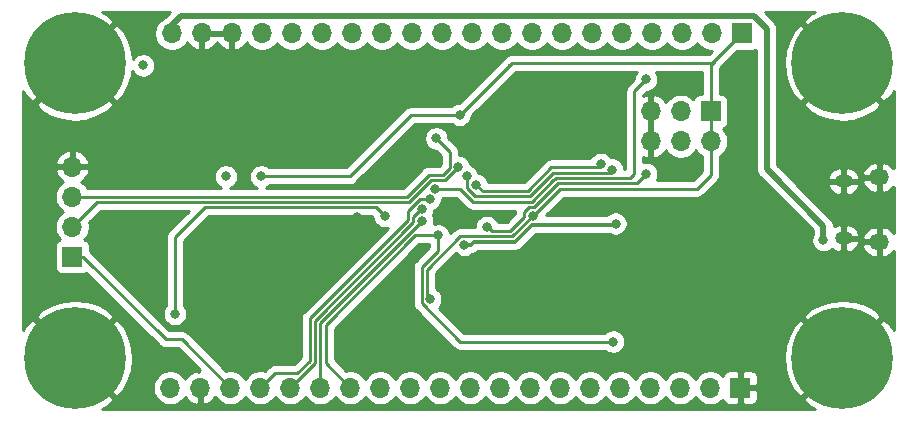
<source format=gbr>
%TF.GenerationSoftware,KiCad,Pcbnew,(5.1.6)-1*%
%TF.CreationDate,2021-01-27T20:14:57-06:00*%
%TF.ProjectId,nix-pill-v1,6e69782d-7069-46c6-9c2d-76312e6b6963,rev?*%
%TF.SameCoordinates,Original*%
%TF.FileFunction,Copper,L2,Bot*%
%TF.FilePolarity,Positive*%
%FSLAX46Y46*%
G04 Gerber Fmt 4.6, Leading zero omitted, Abs format (unit mm)*
G04 Created by KiCad (PCBNEW (5.1.6)-1) date 2021-01-27 20:14:57*
%MOMM*%
%LPD*%
G01*
G04 APERTURE LIST*
%TA.AperFunction,ComponentPad*%
%ADD10C,0.900000*%
%TD*%
%TA.AperFunction,ComponentPad*%
%ADD11C,8.600000*%
%TD*%
%TA.AperFunction,ComponentPad*%
%ADD12O,1.700000X1.700000*%
%TD*%
%TA.AperFunction,ComponentPad*%
%ADD13R,1.700000X1.700000*%
%TD*%
%TA.AperFunction,ComponentPad*%
%ADD14O,1.500000X1.100000*%
%TD*%
%TA.AperFunction,ComponentPad*%
%ADD15O,1.700000X1.350000*%
%TD*%
%TA.AperFunction,ViaPad*%
%ADD16C,0.800000*%
%TD*%
%TA.AperFunction,Conductor*%
%ADD17C,0.250000*%
%TD*%
%TA.AperFunction,Conductor*%
%ADD18C,0.500000*%
%TD*%
%TA.AperFunction,Conductor*%
%ADD19C,0.300000*%
%TD*%
%TA.AperFunction,Conductor*%
%ADD20C,0.254000*%
%TD*%
G04 APERTURE END LIST*
D10*
%TO.P,H4,1*%
%TO.N,GND*%
X107280419Y-127719581D03*
X105000000Y-126775000D03*
X102719581Y-127719581D03*
X101775000Y-130000000D03*
X102719581Y-132280419D03*
X105000000Y-133225000D03*
X107280419Y-132280419D03*
X108225000Y-130000000D03*
D11*
X105000000Y-130000000D03*
%TD*%
D10*
%TO.P,H3,1*%
%TO.N,GND*%
X172280419Y-127719581D03*
X170000000Y-126775000D03*
X167719581Y-127719581D03*
X166775000Y-130000000D03*
X167719581Y-132280419D03*
X170000000Y-133225000D03*
X172280419Y-132280419D03*
X173225000Y-130000000D03*
D11*
X170000000Y-130000000D03*
%TD*%
D10*
%TO.P,H2,1*%
%TO.N,GND*%
X172280419Y-102719581D03*
X170000000Y-101775000D03*
X167719581Y-102719581D03*
X166775000Y-105000000D03*
X167719581Y-107280419D03*
X170000000Y-108225000D03*
X172280419Y-107280419D03*
X173225000Y-105000000D03*
D11*
X170000000Y-105000000D03*
%TD*%
D10*
%TO.P,H1,1*%
%TO.N,GND*%
X107280419Y-102719581D03*
X105000000Y-101775000D03*
X102719581Y-102719581D03*
X101775000Y-105000000D03*
X102719581Y-107280419D03*
X105000000Y-108225000D03*
X107280419Y-107280419D03*
X108225000Y-105000000D03*
D11*
X105000000Y-105000000D03*
%TD*%
D12*
%TO.P,J1,20*%
%TO.N,+5V*%
X113240000Y-102500000D03*
%TO.P,J1,19*%
%TO.N,GND*%
X115780000Y-102500000D03*
%TO.P,J1,18*%
X118320000Y-102500000D03*
%TO.P,J1,17*%
%TO.N,+3V3*%
X120860000Y-102500000D03*
%TO.P,J1,16*%
%TO.N,B7*%
X123400000Y-102500000D03*
%TO.P,J1,15*%
%TO.N,B6*%
X125940000Y-102500000D03*
%TO.P,J1,14*%
%TO.N,B5*%
X128480000Y-102500000D03*
%TO.P,J1,13*%
%TO.N,B4*%
X131020000Y-102500000D03*
%TO.P,J1,12*%
%TO.N,B3*%
X133560000Y-102500000D03*
%TO.P,J1,11*%
%TO.N,A15*%
X136100000Y-102500000D03*
%TO.P,J1,10*%
%TO.N,A11*%
X138640000Y-102500000D03*
%TO.P,J1,9*%
%TO.N,A12*%
X141180000Y-102500000D03*
%TO.P,J1,8*%
%TO.N,A10*%
X143720000Y-102500000D03*
%TO.P,J1,7*%
%TO.N,A9*%
X146260000Y-102500000D03*
%TO.P,J1,6*%
%TO.N,A8*%
X148800000Y-102500000D03*
%TO.P,J1,5*%
%TO.N,B15*%
X151340000Y-102500000D03*
%TO.P,J1,4*%
%TO.N,B14*%
X153880000Y-102500000D03*
%TO.P,J1,3*%
%TO.N,B13*%
X156420000Y-102500000D03*
%TO.P,J1,2*%
%TO.N,B12*%
X158960000Y-102500000D03*
D13*
%TO.P,J1,1*%
%TO.N,+3V3*%
X161500000Y-102500000D03*
%TD*%
%TO.P,J2,1*%
%TO.N,+3V3*%
X158860000Y-109100000D03*
D12*
%TO.P,J2,2*%
X158860000Y-111640000D03*
%TO.P,J2,3*%
%TO.N,Net-(J2-Pad3)*%
X156320000Y-109100000D03*
%TO.P,J2,4*%
%TO.N,Net-(J2-Pad4)*%
X156320000Y-111640000D03*
%TO.P,J2,5*%
%TO.N,GND*%
X153780000Y-109100000D03*
%TO.P,J2,6*%
X153780000Y-111640000D03*
%TD*%
D13*
%TO.P,J3,1*%
%TO.N,GND*%
X161360000Y-132500000D03*
D12*
%TO.P,J3,2*%
%TO.N,B11*%
X158820000Y-132500000D03*
%TO.P,J3,3*%
%TO.N,B10*%
X156280000Y-132500000D03*
%TO.P,J3,4*%
%TO.N,B1*%
X153740000Y-132500000D03*
%TO.P,J3,5*%
%TO.N,B0*%
X151200000Y-132500000D03*
%TO.P,J3,6*%
%TO.N,A7*%
X148660000Y-132500000D03*
%TO.P,J3,7*%
%TO.N,A6*%
X146120000Y-132500000D03*
%TO.P,J3,8*%
%TO.N,A5*%
X143580000Y-132500000D03*
%TO.P,J3,9*%
%TO.N,A4*%
X141040000Y-132500000D03*
%TO.P,J3,10*%
%TO.N,A3*%
X138500000Y-132500000D03*
%TO.P,J3,11*%
%TO.N,A2*%
X135960000Y-132500000D03*
%TO.P,J3,12*%
%TO.N,A1*%
X133420000Y-132500000D03*
%TO.P,J3,13*%
%TO.N,A0*%
X130880000Y-132500000D03*
%TO.P,J3,14*%
%TO.N,NRST*%
X128340000Y-132500000D03*
%TO.P,J3,15*%
%TO.N,C13*%
X125800000Y-132500000D03*
%TO.P,J3,16*%
%TO.N,B9*%
X123260000Y-132500000D03*
%TO.P,J3,17*%
%TO.N,B8*%
X120720000Y-132500000D03*
%TO.P,J3,18*%
%TO.N,+3V3*%
X118180000Y-132500000D03*
%TO.P,J3,19*%
%TO.N,GND*%
X115640000Y-132500000D03*
%TO.P,J3,20*%
%TO.N,+BATT*%
X113100000Y-132500000D03*
%TD*%
D13*
%TO.P,J4,1*%
%TO.N,+3V3*%
X104800000Y-121400000D03*
D12*
%TO.P,J4,2*%
%TO.N,SWDIO*%
X104800000Y-118860000D03*
%TO.P,J4,3*%
%TO.N,SWDCLK*%
X104800000Y-116320000D03*
%TO.P,J4,4*%
%TO.N,GND*%
X104800000Y-113780000D03*
%TD*%
D14*
%TO.P,J5,6*%
%TO.N,GND*%
X170115000Y-119845000D03*
X170115000Y-115005000D03*
D15*
X173115000Y-120155000D03*
X173115000Y-114695000D03*
%TD*%
D16*
%TO.N,+3V3*%
X120800000Y-114600000D03*
X117800000Y-114600000D03*
X137600000Y-109400000D03*
X143800000Y-117950000D03*
X135100000Y-125000000D03*
%TO.N,GND*%
X131200000Y-113400000D03*
X124000000Y-105600000D03*
X114400000Y-112000000D03*
X137600000Y-117400000D03*
X102200000Y-124200000D03*
X128900000Y-118050000D03*
X139800000Y-126600000D03*
X141200000Y-110700000D03*
X132000000Y-123900000D03*
X144200000Y-121400000D03*
X162300000Y-110200000D03*
X108000000Y-111400000D03*
X117400000Y-121200000D03*
X148000000Y-117000000D03*
X111000000Y-123200000D03*
X166000000Y-123200000D03*
%TO.N,NRST*%
X135800000Y-119600000D03*
X150600000Y-128600000D03*
%TO.N,+5V*%
X110800000Y-105200000D03*
X168400000Y-120000000D03*
%TO.N,VBAT*%
X113500000Y-126250000D03*
X131250000Y-117950000D03*
%TO.N,A12*%
X139000000Y-115300000D03*
X149547961Y-113574972D03*
%TO.N,A11*%
X138200000Y-114612179D03*
X150499998Y-114024982D03*
%TO.N,A0*%
X138000000Y-120400000D03*
X150800000Y-118600000D03*
%TO.N,C13*%
X134400000Y-118400000D03*
%TO.N,B9*%
X134400000Y-117399997D03*
%TO.N,B8*%
X135051145Y-116520728D03*
%TO.N,SWDIO*%
X137500000Y-113800000D03*
%TO.N,SWDCLK*%
X135621314Y-111378686D03*
%TO.N,BOOT0*%
X153400000Y-106400000D03*
X135530974Y-115643364D03*
%TO.N,BOOT1*%
X153400000Y-114400000D03*
X139900000Y-118900000D03*
%TD*%
D17*
%TO.N,+3V3*%
X133479002Y-109400000D02*
X137600000Y-109400000D01*
X120800000Y-114600000D02*
X128279002Y-114600000D01*
X128279002Y-114600000D02*
X133479002Y-109400000D01*
X161500000Y-102500000D02*
X159000000Y-105000000D01*
X159000000Y-105000000D02*
X142000000Y-105000000D01*
X142000000Y-105000000D02*
X141600000Y-105400000D01*
X137600000Y-109400000D02*
X141600000Y-105400000D01*
X141600000Y-105400000D02*
X141800000Y-105200000D01*
X158860000Y-105140000D02*
X161500000Y-102500000D01*
X158860000Y-109100000D02*
X158860000Y-105140000D01*
X158860000Y-109100000D02*
X158860000Y-111640000D01*
X143800000Y-117950000D02*
X146100000Y-115650000D01*
X158860000Y-114490000D02*
X158860000Y-111640000D01*
X157700000Y-115650000D02*
X158860000Y-114490000D01*
X118180000Y-132500000D02*
X114080000Y-128400000D01*
X114080000Y-128400000D02*
X112700000Y-128400000D01*
X105700000Y-121400000D02*
X104800000Y-121400000D01*
X112700000Y-128400000D02*
X105700000Y-121400000D01*
X146100000Y-115650000D02*
X157700000Y-115650000D01*
X134825009Y-124725009D02*
X135100000Y-125000000D01*
X134825009Y-122501989D02*
X134825009Y-124725009D01*
X137651999Y-119674999D02*
X134825009Y-122501989D01*
X143800000Y-117950000D02*
X142075001Y-119674999D01*
X142075001Y-119674999D02*
X137651999Y-119674999D01*
%TO.N,NRST*%
X135800000Y-119600000D02*
X135800000Y-120890588D01*
X137626998Y-128600000D02*
X150600000Y-128600000D01*
X134374999Y-125348001D02*
X137626998Y-128600000D01*
X134374999Y-122315589D02*
X134374999Y-125348001D01*
X135800000Y-120890588D02*
X134374999Y-122315589D01*
X126250010Y-130410010D02*
X128340000Y-132500000D01*
X126250010Y-127186400D02*
X126250010Y-130410010D01*
X135800000Y-119600000D02*
X133836410Y-119600000D01*
X133836410Y-119600000D02*
X126250010Y-127186400D01*
D18*
%TO.N,+5V*%
X113240000Y-102500000D02*
X113240000Y-101760000D01*
X113240000Y-101760000D02*
X114000000Y-101000000D01*
X162510002Y-101000000D02*
X163600000Y-102089998D01*
X114000000Y-101000000D02*
X162510002Y-101000000D01*
X163600000Y-102089998D02*
X163600000Y-114000000D01*
X168400000Y-118800000D02*
X168400000Y-120000000D01*
X163600000Y-114000000D02*
X168400000Y-118800000D01*
D17*
%TO.N,VBAT*%
X131250000Y-117950000D02*
X130520018Y-117220018D01*
X130520018Y-117220018D02*
X116029982Y-117220018D01*
X113500000Y-119750000D02*
X113500000Y-126250000D01*
X116029982Y-117220018D02*
X113500000Y-119750000D01*
%TO.N,A12*%
X140800000Y-115849970D02*
X143354390Y-115849970D01*
X149300000Y-113849962D02*
X149400000Y-113849962D01*
X143354390Y-115849970D02*
X145354398Y-113849962D01*
X139549970Y-115849970D02*
X140800000Y-115849970D01*
X145354398Y-113849962D02*
X149300000Y-113849962D01*
X139000000Y-115300000D02*
X139549970Y-115849970D01*
X149300000Y-113849962D02*
X149300000Y-113822933D01*
X149300000Y-113822933D02*
X149547961Y-113574972D01*
%TO.N,A11*%
X138200000Y-115573002D02*
X138926978Y-116299980D01*
X138200000Y-114612179D02*
X138200000Y-115573002D01*
X138926978Y-116299980D02*
X140963590Y-116299980D01*
X143540790Y-116299980D02*
X145540798Y-114299972D01*
X140963590Y-116299980D02*
X143540790Y-116299980D01*
X145540798Y-114299972D02*
X149700000Y-114299972D01*
X149700000Y-114299972D02*
X150225008Y-114299972D01*
X150225008Y-114299972D02*
X150499998Y-114024982D01*
D19*
%TO.N,A0*%
X150699999Y-118700001D02*
X150800000Y-118600000D01*
X138000000Y-120400000D02*
X138565685Y-120400000D01*
X138565685Y-120400000D02*
X138815676Y-120150009D01*
X138815676Y-120150009D02*
X142271756Y-120150009D01*
X142271756Y-120150009D02*
X143721763Y-118700001D01*
X143721763Y-118700001D02*
X150699999Y-118700001D01*
D17*
%TO.N,C13*%
X125800000Y-132500000D02*
X125800000Y-128726998D01*
X125800000Y-128726998D02*
X125800000Y-127000000D01*
X125800000Y-127000000D02*
X134400000Y-118400000D01*
%TO.N,B9*%
X123260000Y-132500000D02*
X125349990Y-130410010D01*
X125349990Y-130410010D02*
X125349991Y-126813599D01*
X134327001Y-117399997D02*
X134400000Y-117399997D01*
X133674999Y-118051999D02*
X134327001Y-117399997D01*
X125349991Y-126813599D02*
X133674999Y-118488591D01*
X133674999Y-118488591D02*
X133674999Y-118051999D01*
%TO.N,B8*%
X134206267Y-116520728D02*
X135051145Y-116520728D01*
X133224989Y-118275011D02*
X133224990Y-117502005D01*
X132363590Y-119136410D02*
X133224989Y-118275011D01*
X132363590Y-119163590D02*
X132363590Y-119136410D01*
X133224990Y-117502005D02*
X134206267Y-116520728D01*
X121958205Y-131261795D02*
X123861795Y-131261795D01*
X124899982Y-126627198D02*
X132363590Y-119163590D01*
X120720000Y-132500000D02*
X121958205Y-131261795D01*
X123861795Y-131261795D02*
X124899981Y-130223609D01*
X124899981Y-130223609D02*
X124899982Y-126627198D01*
%TO.N,SWDIO*%
X136381637Y-114918363D02*
X137500000Y-113800000D01*
X135172222Y-114918363D02*
X136381637Y-114918363D01*
X133320576Y-116770009D02*
X135172222Y-114918363D01*
X106889990Y-116770010D02*
X133320576Y-116770009D01*
X104800000Y-118860000D02*
X106889990Y-116770010D01*
%TO.N,SWDCLK*%
X133134175Y-116320000D02*
X134985822Y-114468353D01*
X104800000Y-116320000D02*
X133134175Y-116320000D01*
X136774999Y-112532371D02*
X135621314Y-111378686D01*
X134985822Y-114468353D02*
X136195237Y-114468353D01*
X136195237Y-114468353D02*
X136774999Y-113888591D01*
X136774999Y-113888591D02*
X136774999Y-112532371D01*
%TO.N,BOOT0*%
X143727190Y-116749990D02*
X145538590Y-114938590D01*
X153400000Y-106400000D02*
X152400000Y-107400000D01*
X152400000Y-114400000D02*
X152050018Y-114749982D01*
X152400000Y-107400000D02*
X152400000Y-114400000D01*
X152050018Y-114749982D02*
X145727198Y-114749982D01*
X145727198Y-114749982D02*
X145638590Y-114838590D01*
X145538590Y-114938590D02*
X145638590Y-114838590D01*
X145638590Y-114838590D02*
X145727200Y-114749982D01*
X141149990Y-116749990D02*
X141449990Y-116749990D01*
X141449990Y-116749990D02*
X143727190Y-116749990D01*
X138740578Y-116749990D02*
X141449990Y-116749990D01*
X135530974Y-115643364D02*
X137633952Y-115643364D01*
X137633952Y-115643364D02*
X138740578Y-116749990D01*
%TO.N,BOOT1*%
X143888591Y-117224999D02*
X145913599Y-115199991D01*
X143074999Y-117601999D02*
X143451999Y-117224999D01*
X140000000Y-118900000D02*
X140324989Y-119224989D01*
X143451999Y-117224999D02*
X143888591Y-117224999D01*
X139900000Y-118900000D02*
X140000000Y-118900000D01*
X152600010Y-115199990D02*
X153400000Y-114400000D01*
X145913599Y-115199991D02*
X152600010Y-115199990D01*
X140324989Y-119224989D02*
X141888601Y-119224989D01*
X141888601Y-119224989D02*
X143074999Y-118038591D01*
X143074999Y-118038591D02*
X143074999Y-117601999D01*
%TD*%
D20*
%TO.N,GND*%
G36*
X112644951Y-101103471D02*
G01*
X112611184Y-101131183D01*
X112583919Y-101164405D01*
X112536589Y-101184010D01*
X112293368Y-101346525D01*
X112086525Y-101553368D01*
X111924010Y-101796589D01*
X111812068Y-102066842D01*
X111755000Y-102353740D01*
X111755000Y-102646260D01*
X111812068Y-102933158D01*
X111924010Y-103203411D01*
X112086525Y-103446632D01*
X112293368Y-103653475D01*
X112536589Y-103815990D01*
X112806842Y-103927932D01*
X113093740Y-103985000D01*
X113386260Y-103985000D01*
X113673158Y-103927932D01*
X113943411Y-103815990D01*
X114186632Y-103653475D01*
X114393475Y-103446632D01*
X114515195Y-103264466D01*
X114584822Y-103381355D01*
X114779731Y-103597588D01*
X115013080Y-103771641D01*
X115275901Y-103896825D01*
X115423110Y-103941476D01*
X115653000Y-103820155D01*
X115653000Y-102627000D01*
X115907000Y-102627000D01*
X115907000Y-103820155D01*
X116136890Y-103941476D01*
X116284099Y-103896825D01*
X116546920Y-103771641D01*
X116780269Y-103597588D01*
X116975178Y-103381355D01*
X117050000Y-103255745D01*
X117124822Y-103381355D01*
X117319731Y-103597588D01*
X117553080Y-103771641D01*
X117815901Y-103896825D01*
X117963110Y-103941476D01*
X118193000Y-103820155D01*
X118193000Y-102627000D01*
X115907000Y-102627000D01*
X115653000Y-102627000D01*
X115633000Y-102627000D01*
X115633000Y-102373000D01*
X115653000Y-102373000D01*
X115653000Y-102353000D01*
X115907000Y-102353000D01*
X115907000Y-102373000D01*
X118193000Y-102373000D01*
X118193000Y-102353000D01*
X118447000Y-102353000D01*
X118447000Y-102373000D01*
X118467000Y-102373000D01*
X118467000Y-102627000D01*
X118447000Y-102627000D01*
X118447000Y-103820155D01*
X118676890Y-103941476D01*
X118824099Y-103896825D01*
X119086920Y-103771641D01*
X119320269Y-103597588D01*
X119515178Y-103381355D01*
X119584805Y-103264466D01*
X119706525Y-103446632D01*
X119913368Y-103653475D01*
X120156589Y-103815990D01*
X120426842Y-103927932D01*
X120713740Y-103985000D01*
X121006260Y-103985000D01*
X121293158Y-103927932D01*
X121563411Y-103815990D01*
X121806632Y-103653475D01*
X122013475Y-103446632D01*
X122130000Y-103272240D01*
X122246525Y-103446632D01*
X122453368Y-103653475D01*
X122696589Y-103815990D01*
X122966842Y-103927932D01*
X123253740Y-103985000D01*
X123546260Y-103985000D01*
X123833158Y-103927932D01*
X124103411Y-103815990D01*
X124346632Y-103653475D01*
X124553475Y-103446632D01*
X124670000Y-103272240D01*
X124786525Y-103446632D01*
X124993368Y-103653475D01*
X125236589Y-103815990D01*
X125506842Y-103927932D01*
X125793740Y-103985000D01*
X126086260Y-103985000D01*
X126373158Y-103927932D01*
X126643411Y-103815990D01*
X126886632Y-103653475D01*
X127093475Y-103446632D01*
X127210000Y-103272240D01*
X127326525Y-103446632D01*
X127533368Y-103653475D01*
X127776589Y-103815990D01*
X128046842Y-103927932D01*
X128333740Y-103985000D01*
X128626260Y-103985000D01*
X128913158Y-103927932D01*
X129183411Y-103815990D01*
X129426632Y-103653475D01*
X129633475Y-103446632D01*
X129750000Y-103272240D01*
X129866525Y-103446632D01*
X130073368Y-103653475D01*
X130316589Y-103815990D01*
X130586842Y-103927932D01*
X130873740Y-103985000D01*
X131166260Y-103985000D01*
X131453158Y-103927932D01*
X131723411Y-103815990D01*
X131966632Y-103653475D01*
X132173475Y-103446632D01*
X132290000Y-103272240D01*
X132406525Y-103446632D01*
X132613368Y-103653475D01*
X132856589Y-103815990D01*
X133126842Y-103927932D01*
X133413740Y-103985000D01*
X133706260Y-103985000D01*
X133993158Y-103927932D01*
X134263411Y-103815990D01*
X134506632Y-103653475D01*
X134713475Y-103446632D01*
X134830000Y-103272240D01*
X134946525Y-103446632D01*
X135153368Y-103653475D01*
X135396589Y-103815990D01*
X135666842Y-103927932D01*
X135953740Y-103985000D01*
X136246260Y-103985000D01*
X136533158Y-103927932D01*
X136803411Y-103815990D01*
X137046632Y-103653475D01*
X137253475Y-103446632D01*
X137370000Y-103272240D01*
X137486525Y-103446632D01*
X137693368Y-103653475D01*
X137936589Y-103815990D01*
X138206842Y-103927932D01*
X138493740Y-103985000D01*
X138786260Y-103985000D01*
X139073158Y-103927932D01*
X139343411Y-103815990D01*
X139586632Y-103653475D01*
X139793475Y-103446632D01*
X139910000Y-103272240D01*
X140026525Y-103446632D01*
X140233368Y-103653475D01*
X140476589Y-103815990D01*
X140746842Y-103927932D01*
X141033740Y-103985000D01*
X141326260Y-103985000D01*
X141613158Y-103927932D01*
X141883411Y-103815990D01*
X142126632Y-103653475D01*
X142333475Y-103446632D01*
X142450000Y-103272240D01*
X142566525Y-103446632D01*
X142773368Y-103653475D01*
X143016589Y-103815990D01*
X143286842Y-103927932D01*
X143573740Y-103985000D01*
X143866260Y-103985000D01*
X144153158Y-103927932D01*
X144423411Y-103815990D01*
X144666632Y-103653475D01*
X144873475Y-103446632D01*
X144990000Y-103272240D01*
X145106525Y-103446632D01*
X145313368Y-103653475D01*
X145556589Y-103815990D01*
X145826842Y-103927932D01*
X146113740Y-103985000D01*
X146406260Y-103985000D01*
X146693158Y-103927932D01*
X146963411Y-103815990D01*
X147206632Y-103653475D01*
X147413475Y-103446632D01*
X147530000Y-103272240D01*
X147646525Y-103446632D01*
X147853368Y-103653475D01*
X148096589Y-103815990D01*
X148366842Y-103927932D01*
X148653740Y-103985000D01*
X148946260Y-103985000D01*
X149233158Y-103927932D01*
X149503411Y-103815990D01*
X149746632Y-103653475D01*
X149953475Y-103446632D01*
X150070000Y-103272240D01*
X150186525Y-103446632D01*
X150393368Y-103653475D01*
X150636589Y-103815990D01*
X150906842Y-103927932D01*
X151193740Y-103985000D01*
X151486260Y-103985000D01*
X151773158Y-103927932D01*
X152043411Y-103815990D01*
X152286632Y-103653475D01*
X152493475Y-103446632D01*
X152610000Y-103272240D01*
X152726525Y-103446632D01*
X152933368Y-103653475D01*
X153176589Y-103815990D01*
X153446842Y-103927932D01*
X153733740Y-103985000D01*
X154026260Y-103985000D01*
X154313158Y-103927932D01*
X154583411Y-103815990D01*
X154826632Y-103653475D01*
X155033475Y-103446632D01*
X155150000Y-103272240D01*
X155266525Y-103446632D01*
X155473368Y-103653475D01*
X155716589Y-103815990D01*
X155986842Y-103927932D01*
X156273740Y-103985000D01*
X156566260Y-103985000D01*
X156853158Y-103927932D01*
X157123411Y-103815990D01*
X157366632Y-103653475D01*
X157573475Y-103446632D01*
X157690000Y-103272240D01*
X157806525Y-103446632D01*
X158013368Y-103653475D01*
X158256589Y-103815990D01*
X158526842Y-103927932D01*
X158813740Y-103985000D01*
X158940199Y-103985000D01*
X158685199Y-104240000D01*
X142037322Y-104240000D01*
X141999999Y-104236324D01*
X141962676Y-104240000D01*
X141962667Y-104240000D01*
X141851014Y-104250997D01*
X141707753Y-104294454D01*
X141575724Y-104365026D01*
X141459999Y-104459999D01*
X141436200Y-104488998D01*
X141230745Y-104694454D01*
X141089003Y-104836196D01*
X141088997Y-104836201D01*
X137560199Y-108365000D01*
X137498061Y-108365000D01*
X137298102Y-108404774D01*
X137109744Y-108482795D01*
X136940226Y-108596063D01*
X136896289Y-108640000D01*
X133516335Y-108640000D01*
X133479002Y-108636323D01*
X133441669Y-108640000D01*
X133330016Y-108650997D01*
X133186755Y-108694454D01*
X133054726Y-108765026D01*
X132939001Y-108859999D01*
X132915203Y-108888997D01*
X127964201Y-113840000D01*
X121503711Y-113840000D01*
X121459774Y-113796063D01*
X121290256Y-113682795D01*
X121101898Y-113604774D01*
X120901939Y-113565000D01*
X120698061Y-113565000D01*
X120498102Y-113604774D01*
X120309744Y-113682795D01*
X120140226Y-113796063D01*
X119996063Y-113940226D01*
X119882795Y-114109744D01*
X119804774Y-114298102D01*
X119765000Y-114498061D01*
X119765000Y-114701939D01*
X119804774Y-114901898D01*
X119882795Y-115090256D01*
X119996063Y-115259774D01*
X120140226Y-115403937D01*
X120309744Y-115517205D01*
X120413060Y-115560000D01*
X118186940Y-115560000D01*
X118290256Y-115517205D01*
X118459774Y-115403937D01*
X118603937Y-115259774D01*
X118717205Y-115090256D01*
X118795226Y-114901898D01*
X118835000Y-114701939D01*
X118835000Y-114498061D01*
X118795226Y-114298102D01*
X118717205Y-114109744D01*
X118603937Y-113940226D01*
X118459774Y-113796063D01*
X118290256Y-113682795D01*
X118101898Y-113604774D01*
X117901939Y-113565000D01*
X117698061Y-113565000D01*
X117498102Y-113604774D01*
X117309744Y-113682795D01*
X117140226Y-113796063D01*
X116996063Y-113940226D01*
X116882795Y-114109744D01*
X116804774Y-114298102D01*
X116765000Y-114498061D01*
X116765000Y-114701939D01*
X116804774Y-114901898D01*
X116882795Y-115090256D01*
X116996063Y-115259774D01*
X117140226Y-115403937D01*
X117309744Y-115517205D01*
X117413060Y-115560000D01*
X106078178Y-115560000D01*
X105953475Y-115373368D01*
X105746632Y-115166525D01*
X105564466Y-115044805D01*
X105681355Y-114975178D01*
X105897588Y-114780269D01*
X106071641Y-114546920D01*
X106196825Y-114284099D01*
X106241476Y-114136890D01*
X106120155Y-113907000D01*
X104927000Y-113907000D01*
X104927000Y-113927000D01*
X104673000Y-113927000D01*
X104673000Y-113907000D01*
X103479845Y-113907000D01*
X103358524Y-114136890D01*
X103403175Y-114284099D01*
X103528359Y-114546920D01*
X103702412Y-114780269D01*
X103918645Y-114975178D01*
X104035534Y-115044805D01*
X103853368Y-115166525D01*
X103646525Y-115373368D01*
X103484010Y-115616589D01*
X103372068Y-115886842D01*
X103315000Y-116173740D01*
X103315000Y-116466260D01*
X103372068Y-116753158D01*
X103484010Y-117023411D01*
X103646525Y-117266632D01*
X103853368Y-117473475D01*
X104027760Y-117590000D01*
X103853368Y-117706525D01*
X103646525Y-117913368D01*
X103484010Y-118156589D01*
X103372068Y-118426842D01*
X103315000Y-118713740D01*
X103315000Y-119006260D01*
X103372068Y-119293158D01*
X103484010Y-119563411D01*
X103646525Y-119806632D01*
X103778380Y-119938487D01*
X103705820Y-119960498D01*
X103595506Y-120019463D01*
X103498815Y-120098815D01*
X103419463Y-120195506D01*
X103360498Y-120305820D01*
X103324188Y-120425518D01*
X103311928Y-120550000D01*
X103311928Y-122250000D01*
X103324188Y-122374482D01*
X103360498Y-122494180D01*
X103419463Y-122604494D01*
X103498815Y-122701185D01*
X103595506Y-122780537D01*
X103705820Y-122839502D01*
X103825518Y-122875812D01*
X103950000Y-122888072D01*
X105650000Y-122888072D01*
X105774482Y-122875812D01*
X105894180Y-122839502D01*
X106004494Y-122780537D01*
X106005176Y-122779977D01*
X112136200Y-128911002D01*
X112159999Y-128940001D01*
X112188997Y-128963799D01*
X112275723Y-129034974D01*
X112302572Y-129049325D01*
X112407753Y-129105546D01*
X112551014Y-129149003D01*
X112662667Y-129160000D01*
X112662677Y-129160000D01*
X112700000Y-129163676D01*
X112737323Y-129160000D01*
X113765199Y-129160000D01*
X115620199Y-131015000D01*
X115512998Y-131015000D01*
X115512998Y-131179844D01*
X115283110Y-131058524D01*
X115135901Y-131103175D01*
X114873080Y-131228359D01*
X114639731Y-131402412D01*
X114444822Y-131618645D01*
X114375195Y-131735534D01*
X114253475Y-131553368D01*
X114046632Y-131346525D01*
X113803411Y-131184010D01*
X113533158Y-131072068D01*
X113246260Y-131015000D01*
X112953740Y-131015000D01*
X112666842Y-131072068D01*
X112396589Y-131184010D01*
X112153368Y-131346525D01*
X111946525Y-131553368D01*
X111784010Y-131796589D01*
X111672068Y-132066842D01*
X111615000Y-132353740D01*
X111615000Y-132646260D01*
X111672068Y-132933158D01*
X111784010Y-133203411D01*
X111946525Y-133446632D01*
X112153368Y-133653475D01*
X112396589Y-133815990D01*
X112666842Y-133927932D01*
X112953740Y-133985000D01*
X113246260Y-133985000D01*
X113533158Y-133927932D01*
X113803411Y-133815990D01*
X114046632Y-133653475D01*
X114253475Y-133446632D01*
X114375195Y-133264466D01*
X114444822Y-133381355D01*
X114639731Y-133597588D01*
X114873080Y-133771641D01*
X115135901Y-133896825D01*
X115283110Y-133941476D01*
X115513000Y-133820155D01*
X115513000Y-132627000D01*
X115493000Y-132627000D01*
X115493000Y-132373000D01*
X115513000Y-132373000D01*
X115513000Y-132353000D01*
X115767000Y-132353000D01*
X115767000Y-132373000D01*
X115787000Y-132373000D01*
X115787000Y-132627000D01*
X115767000Y-132627000D01*
X115767000Y-133820155D01*
X115996890Y-133941476D01*
X116144099Y-133896825D01*
X116406920Y-133771641D01*
X116640269Y-133597588D01*
X116835178Y-133381355D01*
X116904805Y-133264466D01*
X117026525Y-133446632D01*
X117233368Y-133653475D01*
X117476589Y-133815990D01*
X117746842Y-133927932D01*
X118033740Y-133985000D01*
X118326260Y-133985000D01*
X118613158Y-133927932D01*
X118883411Y-133815990D01*
X119126632Y-133653475D01*
X119333475Y-133446632D01*
X119450000Y-133272240D01*
X119566525Y-133446632D01*
X119773368Y-133653475D01*
X120016589Y-133815990D01*
X120286842Y-133927932D01*
X120573740Y-133985000D01*
X120866260Y-133985000D01*
X121153158Y-133927932D01*
X121423411Y-133815990D01*
X121666632Y-133653475D01*
X121873475Y-133446632D01*
X121990000Y-133272240D01*
X122106525Y-133446632D01*
X122313368Y-133653475D01*
X122556589Y-133815990D01*
X122826842Y-133927932D01*
X123113740Y-133985000D01*
X123406260Y-133985000D01*
X123693158Y-133927932D01*
X123963411Y-133815990D01*
X124206632Y-133653475D01*
X124413475Y-133446632D01*
X124530000Y-133272240D01*
X124646525Y-133446632D01*
X124853368Y-133653475D01*
X125096589Y-133815990D01*
X125366842Y-133927932D01*
X125653740Y-133985000D01*
X125946260Y-133985000D01*
X126233158Y-133927932D01*
X126503411Y-133815990D01*
X126746632Y-133653475D01*
X126953475Y-133446632D01*
X127070000Y-133272240D01*
X127186525Y-133446632D01*
X127393368Y-133653475D01*
X127636589Y-133815990D01*
X127906842Y-133927932D01*
X128193740Y-133985000D01*
X128486260Y-133985000D01*
X128773158Y-133927932D01*
X129043411Y-133815990D01*
X129286632Y-133653475D01*
X129493475Y-133446632D01*
X129610000Y-133272240D01*
X129726525Y-133446632D01*
X129933368Y-133653475D01*
X130176589Y-133815990D01*
X130446842Y-133927932D01*
X130733740Y-133985000D01*
X131026260Y-133985000D01*
X131313158Y-133927932D01*
X131583411Y-133815990D01*
X131826632Y-133653475D01*
X132033475Y-133446632D01*
X132150000Y-133272240D01*
X132266525Y-133446632D01*
X132473368Y-133653475D01*
X132716589Y-133815990D01*
X132986842Y-133927932D01*
X133273740Y-133985000D01*
X133566260Y-133985000D01*
X133853158Y-133927932D01*
X134123411Y-133815990D01*
X134366632Y-133653475D01*
X134573475Y-133446632D01*
X134690000Y-133272240D01*
X134806525Y-133446632D01*
X135013368Y-133653475D01*
X135256589Y-133815990D01*
X135526842Y-133927932D01*
X135813740Y-133985000D01*
X136106260Y-133985000D01*
X136393158Y-133927932D01*
X136663411Y-133815990D01*
X136906632Y-133653475D01*
X137113475Y-133446632D01*
X137230000Y-133272240D01*
X137346525Y-133446632D01*
X137553368Y-133653475D01*
X137796589Y-133815990D01*
X138066842Y-133927932D01*
X138353740Y-133985000D01*
X138646260Y-133985000D01*
X138933158Y-133927932D01*
X139203411Y-133815990D01*
X139446632Y-133653475D01*
X139653475Y-133446632D01*
X139770000Y-133272240D01*
X139886525Y-133446632D01*
X140093368Y-133653475D01*
X140336589Y-133815990D01*
X140606842Y-133927932D01*
X140893740Y-133985000D01*
X141186260Y-133985000D01*
X141473158Y-133927932D01*
X141743411Y-133815990D01*
X141986632Y-133653475D01*
X142193475Y-133446632D01*
X142310000Y-133272240D01*
X142426525Y-133446632D01*
X142633368Y-133653475D01*
X142876589Y-133815990D01*
X143146842Y-133927932D01*
X143433740Y-133985000D01*
X143726260Y-133985000D01*
X144013158Y-133927932D01*
X144283411Y-133815990D01*
X144526632Y-133653475D01*
X144733475Y-133446632D01*
X144850000Y-133272240D01*
X144966525Y-133446632D01*
X145173368Y-133653475D01*
X145416589Y-133815990D01*
X145686842Y-133927932D01*
X145973740Y-133985000D01*
X146266260Y-133985000D01*
X146553158Y-133927932D01*
X146823411Y-133815990D01*
X147066632Y-133653475D01*
X147273475Y-133446632D01*
X147390000Y-133272240D01*
X147506525Y-133446632D01*
X147713368Y-133653475D01*
X147956589Y-133815990D01*
X148226842Y-133927932D01*
X148513740Y-133985000D01*
X148806260Y-133985000D01*
X149093158Y-133927932D01*
X149363411Y-133815990D01*
X149606632Y-133653475D01*
X149813475Y-133446632D01*
X149930000Y-133272240D01*
X150046525Y-133446632D01*
X150253368Y-133653475D01*
X150496589Y-133815990D01*
X150766842Y-133927932D01*
X151053740Y-133985000D01*
X151346260Y-133985000D01*
X151633158Y-133927932D01*
X151903411Y-133815990D01*
X152146632Y-133653475D01*
X152353475Y-133446632D01*
X152470000Y-133272240D01*
X152586525Y-133446632D01*
X152793368Y-133653475D01*
X153036589Y-133815990D01*
X153306842Y-133927932D01*
X153593740Y-133985000D01*
X153886260Y-133985000D01*
X154173158Y-133927932D01*
X154443411Y-133815990D01*
X154686632Y-133653475D01*
X154893475Y-133446632D01*
X155010000Y-133272240D01*
X155126525Y-133446632D01*
X155333368Y-133653475D01*
X155576589Y-133815990D01*
X155846842Y-133927932D01*
X156133740Y-133985000D01*
X156426260Y-133985000D01*
X156713158Y-133927932D01*
X156983411Y-133815990D01*
X157226632Y-133653475D01*
X157433475Y-133446632D01*
X157550000Y-133272240D01*
X157666525Y-133446632D01*
X157873368Y-133653475D01*
X158116589Y-133815990D01*
X158386842Y-133927932D01*
X158673740Y-133985000D01*
X158966260Y-133985000D01*
X159253158Y-133927932D01*
X159523411Y-133815990D01*
X159766632Y-133653475D01*
X159898487Y-133521620D01*
X159920498Y-133594180D01*
X159979463Y-133704494D01*
X160058815Y-133801185D01*
X160155506Y-133880537D01*
X160265820Y-133939502D01*
X160385518Y-133975812D01*
X160510000Y-133988072D01*
X161074250Y-133985000D01*
X161233000Y-133826250D01*
X161233000Y-132627000D01*
X161487000Y-132627000D01*
X161487000Y-133826250D01*
X161645750Y-133985000D01*
X162210000Y-133988072D01*
X162334482Y-133975812D01*
X162454180Y-133939502D01*
X162564494Y-133880537D01*
X162661185Y-133801185D01*
X162740537Y-133704494D01*
X162799502Y-133594180D01*
X162835812Y-133474482D01*
X162848072Y-133350000D01*
X162845000Y-132785750D01*
X162686250Y-132627000D01*
X161487000Y-132627000D01*
X161233000Y-132627000D01*
X161213000Y-132627000D01*
X161213000Y-132373000D01*
X161233000Y-132373000D01*
X161233000Y-131173750D01*
X161487000Y-131173750D01*
X161487000Y-132373000D01*
X162686250Y-132373000D01*
X162845000Y-132214250D01*
X162848072Y-131650000D01*
X162835812Y-131525518D01*
X162799502Y-131405820D01*
X162740537Y-131295506D01*
X162661185Y-131198815D01*
X162564494Y-131119463D01*
X162454180Y-131060498D01*
X162334482Y-131024188D01*
X162210000Y-131011928D01*
X161645750Y-131015000D01*
X161487000Y-131173750D01*
X161233000Y-131173750D01*
X161074250Y-131015000D01*
X160510000Y-131011928D01*
X160385518Y-131024188D01*
X160265820Y-131060498D01*
X160155506Y-131119463D01*
X160058815Y-131198815D01*
X159979463Y-131295506D01*
X159920498Y-131405820D01*
X159898487Y-131478380D01*
X159766632Y-131346525D01*
X159523411Y-131184010D01*
X159253158Y-131072068D01*
X158966260Y-131015000D01*
X158673740Y-131015000D01*
X158386842Y-131072068D01*
X158116589Y-131184010D01*
X157873368Y-131346525D01*
X157666525Y-131553368D01*
X157550000Y-131727760D01*
X157433475Y-131553368D01*
X157226632Y-131346525D01*
X156983411Y-131184010D01*
X156713158Y-131072068D01*
X156426260Y-131015000D01*
X156133740Y-131015000D01*
X155846842Y-131072068D01*
X155576589Y-131184010D01*
X155333368Y-131346525D01*
X155126525Y-131553368D01*
X155010000Y-131727760D01*
X154893475Y-131553368D01*
X154686632Y-131346525D01*
X154443411Y-131184010D01*
X154173158Y-131072068D01*
X153886260Y-131015000D01*
X153593740Y-131015000D01*
X153306842Y-131072068D01*
X153036589Y-131184010D01*
X152793368Y-131346525D01*
X152586525Y-131553368D01*
X152470000Y-131727760D01*
X152353475Y-131553368D01*
X152146632Y-131346525D01*
X151903411Y-131184010D01*
X151633158Y-131072068D01*
X151346260Y-131015000D01*
X151053740Y-131015000D01*
X150766842Y-131072068D01*
X150496589Y-131184010D01*
X150253368Y-131346525D01*
X150046525Y-131553368D01*
X149930000Y-131727760D01*
X149813475Y-131553368D01*
X149606632Y-131346525D01*
X149363411Y-131184010D01*
X149093158Y-131072068D01*
X148806260Y-131015000D01*
X148513740Y-131015000D01*
X148226842Y-131072068D01*
X147956589Y-131184010D01*
X147713368Y-131346525D01*
X147506525Y-131553368D01*
X147390000Y-131727760D01*
X147273475Y-131553368D01*
X147066632Y-131346525D01*
X146823411Y-131184010D01*
X146553158Y-131072068D01*
X146266260Y-131015000D01*
X145973740Y-131015000D01*
X145686842Y-131072068D01*
X145416589Y-131184010D01*
X145173368Y-131346525D01*
X144966525Y-131553368D01*
X144850000Y-131727760D01*
X144733475Y-131553368D01*
X144526632Y-131346525D01*
X144283411Y-131184010D01*
X144013158Y-131072068D01*
X143726260Y-131015000D01*
X143433740Y-131015000D01*
X143146842Y-131072068D01*
X142876589Y-131184010D01*
X142633368Y-131346525D01*
X142426525Y-131553368D01*
X142310000Y-131727760D01*
X142193475Y-131553368D01*
X141986632Y-131346525D01*
X141743411Y-131184010D01*
X141473158Y-131072068D01*
X141186260Y-131015000D01*
X140893740Y-131015000D01*
X140606842Y-131072068D01*
X140336589Y-131184010D01*
X140093368Y-131346525D01*
X139886525Y-131553368D01*
X139770000Y-131727760D01*
X139653475Y-131553368D01*
X139446632Y-131346525D01*
X139203411Y-131184010D01*
X138933158Y-131072068D01*
X138646260Y-131015000D01*
X138353740Y-131015000D01*
X138066842Y-131072068D01*
X137796589Y-131184010D01*
X137553368Y-131346525D01*
X137346525Y-131553368D01*
X137230000Y-131727760D01*
X137113475Y-131553368D01*
X136906632Y-131346525D01*
X136663411Y-131184010D01*
X136393158Y-131072068D01*
X136106260Y-131015000D01*
X135813740Y-131015000D01*
X135526842Y-131072068D01*
X135256589Y-131184010D01*
X135013368Y-131346525D01*
X134806525Y-131553368D01*
X134690000Y-131727760D01*
X134573475Y-131553368D01*
X134366632Y-131346525D01*
X134123411Y-131184010D01*
X133853158Y-131072068D01*
X133566260Y-131015000D01*
X133273740Y-131015000D01*
X132986842Y-131072068D01*
X132716589Y-131184010D01*
X132473368Y-131346525D01*
X132266525Y-131553368D01*
X132150000Y-131727760D01*
X132033475Y-131553368D01*
X131826632Y-131346525D01*
X131583411Y-131184010D01*
X131313158Y-131072068D01*
X131026260Y-131015000D01*
X130733740Y-131015000D01*
X130446842Y-131072068D01*
X130176589Y-131184010D01*
X129933368Y-131346525D01*
X129726525Y-131553368D01*
X129610000Y-131727760D01*
X129493475Y-131553368D01*
X129286632Y-131346525D01*
X129043411Y-131184010D01*
X128773158Y-131072068D01*
X128486260Y-131015000D01*
X128193740Y-131015000D01*
X127973592Y-131058790D01*
X127010010Y-130095209D01*
X127010010Y-129932281D01*
X165041586Y-129932281D01*
X165123649Y-130900921D01*
X165393107Y-131834938D01*
X165839606Y-132698440D01*
X165914851Y-132811054D01*
X166517182Y-133303213D01*
X169820395Y-130000000D01*
X166517182Y-126696787D01*
X165914851Y-127188946D01*
X165444937Y-128039933D01*
X165150071Y-128966243D01*
X165041586Y-129932281D01*
X127010010Y-129932281D01*
X127010010Y-127501201D01*
X134151212Y-120360000D01*
X135040001Y-120360000D01*
X135040001Y-120575785D01*
X133864002Y-121751785D01*
X133834998Y-121775588D01*
X133795041Y-121824276D01*
X133740025Y-121891313D01*
X133729501Y-121911002D01*
X133669453Y-122023343D01*
X133625996Y-122166604D01*
X133614999Y-122278257D01*
X133614999Y-122278267D01*
X133611323Y-122315589D01*
X133614999Y-122352912D01*
X133615000Y-125310669D01*
X133611323Y-125348001D01*
X133615000Y-125385334D01*
X133625180Y-125488686D01*
X133625997Y-125496986D01*
X133669453Y-125640247D01*
X133740025Y-125772277D01*
X133795281Y-125839606D01*
X133834999Y-125888002D01*
X133863997Y-125911800D01*
X137063199Y-129111003D01*
X137086997Y-129140001D01*
X137115995Y-129163799D01*
X137202721Y-129234974D01*
X137334751Y-129305546D01*
X137478012Y-129349003D01*
X137589665Y-129360000D01*
X137589674Y-129360000D01*
X137626997Y-129363676D01*
X137664320Y-129360000D01*
X149896289Y-129360000D01*
X149940226Y-129403937D01*
X150109744Y-129517205D01*
X150298102Y-129595226D01*
X150498061Y-129635000D01*
X150701939Y-129635000D01*
X150901898Y-129595226D01*
X151090256Y-129517205D01*
X151259774Y-129403937D01*
X151403937Y-129259774D01*
X151517205Y-129090256D01*
X151595226Y-128901898D01*
X151635000Y-128701939D01*
X151635000Y-128498061D01*
X151595226Y-128298102D01*
X151517205Y-128109744D01*
X151403937Y-127940226D01*
X151259774Y-127796063D01*
X151090256Y-127682795D01*
X150901898Y-127604774D01*
X150701939Y-127565000D01*
X150498061Y-127565000D01*
X150298102Y-127604774D01*
X150109744Y-127682795D01*
X149940226Y-127796063D01*
X149896289Y-127840000D01*
X137941800Y-127840000D01*
X136618982Y-126517182D01*
X166696787Y-126517182D01*
X170000000Y-129820395D01*
X173303213Y-126517182D01*
X172811054Y-125914851D01*
X171960067Y-125444937D01*
X171033757Y-125150071D01*
X170067719Y-125041586D01*
X169099079Y-125123649D01*
X168165062Y-125393107D01*
X167301560Y-125839606D01*
X167188946Y-125914851D01*
X166696787Y-126517182D01*
X136618982Y-126517182D01*
X135832755Y-125730956D01*
X135903937Y-125659774D01*
X136017205Y-125490256D01*
X136095226Y-125301898D01*
X136135000Y-125101939D01*
X136135000Y-124898061D01*
X136095226Y-124698102D01*
X136017205Y-124509744D01*
X135903937Y-124340226D01*
X135759774Y-124196063D01*
X135590256Y-124082795D01*
X135585009Y-124080622D01*
X135585009Y-122816790D01*
X137269044Y-121132755D01*
X137340226Y-121203937D01*
X137509744Y-121317205D01*
X137698102Y-121395226D01*
X137898061Y-121435000D01*
X138101939Y-121435000D01*
X138301898Y-121395226D01*
X138490256Y-121317205D01*
X138659774Y-121203937D01*
X138686847Y-121176864D01*
X138719572Y-121173641D01*
X138867545Y-121128754D01*
X139003918Y-121055862D01*
X139123449Y-120957764D01*
X139142124Y-120935009D01*
X142233201Y-120935009D01*
X142271756Y-120938806D01*
X142310309Y-120935009D01*
X142310317Y-120935009D01*
X142425643Y-120923650D01*
X142573616Y-120878763D01*
X142709989Y-120805871D01*
X142829520Y-120707773D01*
X142854103Y-120677819D01*
X144046921Y-119485001D01*
X150261547Y-119485001D01*
X150309744Y-119517205D01*
X150498102Y-119595226D01*
X150698061Y-119635000D01*
X150901939Y-119635000D01*
X151101898Y-119595226D01*
X151290256Y-119517205D01*
X151459774Y-119403937D01*
X151603937Y-119259774D01*
X151717205Y-119090256D01*
X151795226Y-118901898D01*
X151835000Y-118701939D01*
X151835000Y-118498061D01*
X151795226Y-118298102D01*
X151717205Y-118109744D01*
X151603937Y-117940226D01*
X151459774Y-117796063D01*
X151290256Y-117682795D01*
X151101898Y-117604774D01*
X150901939Y-117565000D01*
X150698061Y-117565000D01*
X150498102Y-117604774D01*
X150309744Y-117682795D01*
X150140226Y-117796063D01*
X150021288Y-117915001D01*
X144909800Y-117915001D01*
X146414802Y-116410000D01*
X157662678Y-116410000D01*
X157700000Y-116413676D01*
X157737322Y-116410000D01*
X157737333Y-116410000D01*
X157848986Y-116399003D01*
X157992247Y-116355546D01*
X158124276Y-116284974D01*
X158240001Y-116190001D01*
X158263804Y-116160997D01*
X159371004Y-115053798D01*
X159400001Y-115030001D01*
X159494974Y-114914276D01*
X159565546Y-114782247D01*
X159609003Y-114638986D01*
X159620000Y-114527333D01*
X159620000Y-114527325D01*
X159623676Y-114490000D01*
X159620000Y-114452675D01*
X159620000Y-112918178D01*
X159806632Y-112793475D01*
X160013475Y-112586632D01*
X160175990Y-112343411D01*
X160287932Y-112073158D01*
X160345000Y-111786260D01*
X160345000Y-111493740D01*
X160287932Y-111206842D01*
X160175990Y-110936589D01*
X160013475Y-110693368D01*
X159881620Y-110561513D01*
X159954180Y-110539502D01*
X160064494Y-110480537D01*
X160161185Y-110401185D01*
X160240537Y-110304494D01*
X160299502Y-110194180D01*
X160335812Y-110074482D01*
X160348072Y-109950000D01*
X160348072Y-108250000D01*
X160335812Y-108125518D01*
X160299502Y-108005820D01*
X160240537Y-107895506D01*
X160161185Y-107798815D01*
X160064494Y-107719463D01*
X159954180Y-107660498D01*
X159834482Y-107624188D01*
X159710000Y-107611928D01*
X159620000Y-107611928D01*
X159620000Y-105454801D01*
X161086730Y-103988072D01*
X162350000Y-103988072D01*
X162474482Y-103975812D01*
X162594180Y-103939502D01*
X162704494Y-103880537D01*
X162715000Y-103871915D01*
X162715001Y-113956521D01*
X162710719Y-114000000D01*
X162727805Y-114173490D01*
X162778412Y-114340313D01*
X162860590Y-114494059D01*
X162943468Y-114595046D01*
X162943471Y-114595049D01*
X162971184Y-114628817D01*
X163004952Y-114656530D01*
X167515000Y-119166579D01*
X167515001Y-119461545D01*
X167482795Y-119509744D01*
X167404774Y-119698102D01*
X167365000Y-119898061D01*
X167365000Y-120101939D01*
X167404774Y-120301898D01*
X167482795Y-120490256D01*
X167596063Y-120659774D01*
X167740226Y-120803937D01*
X167909744Y-120917205D01*
X168098102Y-120995226D01*
X168298061Y-121035000D01*
X168501939Y-121035000D01*
X168701898Y-120995226D01*
X168890256Y-120917205D01*
X169059774Y-120803937D01*
X169128770Y-120734941D01*
X169161578Y-120767590D01*
X169356043Y-120896848D01*
X169571989Y-120985684D01*
X169801116Y-121030684D01*
X169988000Y-120875152D01*
X169988000Y-119972000D01*
X170242000Y-119972000D01*
X170242000Y-120875152D01*
X170428884Y-121030684D01*
X170658011Y-120985684D01*
X170873957Y-120896848D01*
X171068422Y-120767590D01*
X171233934Y-120602877D01*
X171313512Y-120484400D01*
X171672090Y-120484400D01*
X171675143Y-120508029D01*
X171768319Y-120748007D01*
X171906522Y-120965196D01*
X172084441Y-121151250D01*
X172295239Y-121299019D01*
X172530815Y-121402824D01*
X172782116Y-121458675D01*
X172988000Y-121308573D01*
X172988000Y-120282000D01*
X171795776Y-120282000D01*
X171672090Y-120484400D01*
X171313512Y-120484400D01*
X171364131Y-120409039D01*
X171454011Y-120193526D01*
X171458803Y-120154744D01*
X171333361Y-119972000D01*
X170242000Y-119972000D01*
X169988000Y-119972000D01*
X169968000Y-119972000D01*
X169968000Y-119825600D01*
X171672090Y-119825600D01*
X171795776Y-120028000D01*
X172988000Y-120028000D01*
X172988000Y-119001427D01*
X172782116Y-118851325D01*
X172530815Y-118907176D01*
X172295239Y-119010981D01*
X172084441Y-119158750D01*
X171906522Y-119344804D01*
X171768319Y-119561993D01*
X171675143Y-119801971D01*
X171672090Y-119825600D01*
X169968000Y-119825600D01*
X169968000Y-119718000D01*
X169988000Y-119718000D01*
X169988000Y-118814848D01*
X170242000Y-118814848D01*
X170242000Y-119718000D01*
X171333361Y-119718000D01*
X171458803Y-119535256D01*
X171454011Y-119496474D01*
X171364131Y-119280961D01*
X171233934Y-119087123D01*
X171068422Y-118922410D01*
X170873957Y-118793152D01*
X170658011Y-118704316D01*
X170428884Y-118659316D01*
X170242000Y-118814848D01*
X169988000Y-118814848D01*
X169801116Y-118659316D01*
X169571989Y-118704316D01*
X169356043Y-118793152D01*
X169285326Y-118840157D01*
X169289281Y-118799999D01*
X169285000Y-118756533D01*
X169285000Y-118756523D01*
X169272195Y-118626510D01*
X169221589Y-118459687D01*
X169139411Y-118305941D01*
X169094333Y-118251014D01*
X169056532Y-118204953D01*
X169056530Y-118204951D01*
X169028817Y-118171183D01*
X168995051Y-118143472D01*
X166166323Y-115314744D01*
X168771197Y-115314744D01*
X168775989Y-115353526D01*
X168865869Y-115569039D01*
X168996066Y-115762877D01*
X169161578Y-115927590D01*
X169356043Y-116056848D01*
X169571989Y-116145684D01*
X169801116Y-116190684D01*
X169988000Y-116035152D01*
X169988000Y-115132000D01*
X170242000Y-115132000D01*
X170242000Y-116035152D01*
X170428884Y-116190684D01*
X170658011Y-116145684D01*
X170873957Y-116056848D01*
X171068422Y-115927590D01*
X171233934Y-115762877D01*
X171364131Y-115569039D01*
X171454011Y-115353526D01*
X171458803Y-115314744D01*
X171333361Y-115132000D01*
X170242000Y-115132000D01*
X169988000Y-115132000D01*
X168896639Y-115132000D01*
X168771197Y-115314744D01*
X166166323Y-115314744D01*
X165875979Y-115024400D01*
X171672090Y-115024400D01*
X171675143Y-115048029D01*
X171768319Y-115288007D01*
X171906522Y-115505196D01*
X172084441Y-115691250D01*
X172295239Y-115839019D01*
X172530815Y-115942824D01*
X172782116Y-115998675D01*
X172988000Y-115848573D01*
X172988000Y-114822000D01*
X171795776Y-114822000D01*
X171672090Y-115024400D01*
X165875979Y-115024400D01*
X165546835Y-114695256D01*
X168771197Y-114695256D01*
X168896639Y-114878000D01*
X169988000Y-114878000D01*
X169988000Y-113974848D01*
X170242000Y-113974848D01*
X170242000Y-114878000D01*
X171333361Y-114878000D01*
X171458803Y-114695256D01*
X171454011Y-114656474D01*
X171364131Y-114440961D01*
X171313513Y-114365600D01*
X171672090Y-114365600D01*
X171795776Y-114568000D01*
X172988000Y-114568000D01*
X172988000Y-113541427D01*
X172782116Y-113391325D01*
X172530815Y-113447176D01*
X172295239Y-113550981D01*
X172084441Y-113698750D01*
X171906522Y-113884804D01*
X171768319Y-114101993D01*
X171675143Y-114341971D01*
X171672090Y-114365600D01*
X171313513Y-114365600D01*
X171233934Y-114247123D01*
X171068422Y-114082410D01*
X170873957Y-113953152D01*
X170658011Y-113864316D01*
X170428884Y-113819316D01*
X170242000Y-113974848D01*
X169988000Y-113974848D01*
X169801116Y-113819316D01*
X169571989Y-113864316D01*
X169356043Y-113953152D01*
X169161578Y-114082410D01*
X168996066Y-114247123D01*
X168865869Y-114440961D01*
X168775989Y-114656474D01*
X168771197Y-114695256D01*
X165546835Y-114695256D01*
X164485000Y-113633422D01*
X164485000Y-108482818D01*
X166696787Y-108482818D01*
X167188946Y-109085149D01*
X168039933Y-109555063D01*
X168966243Y-109849929D01*
X169932281Y-109958414D01*
X170900921Y-109876351D01*
X171834938Y-109606893D01*
X172698440Y-109160394D01*
X172811054Y-109085149D01*
X173303213Y-108482818D01*
X170000000Y-105179605D01*
X166696787Y-108482818D01*
X164485000Y-108482818D01*
X164485000Y-104932281D01*
X165041586Y-104932281D01*
X165123649Y-105900921D01*
X165393107Y-106834938D01*
X165839606Y-107698440D01*
X165914851Y-107811054D01*
X166517182Y-108303213D01*
X169820395Y-105000000D01*
X166517182Y-101696787D01*
X165914851Y-102188946D01*
X165444937Y-103039933D01*
X165150071Y-103966243D01*
X165041586Y-104932281D01*
X164485000Y-104932281D01*
X164485000Y-102133467D01*
X164489281Y-102089998D01*
X164485000Y-102046529D01*
X164485000Y-102046521D01*
X164472195Y-101916508D01*
X164464576Y-101891390D01*
X164443401Y-101821589D01*
X164421589Y-101749685D01*
X164339411Y-101595939D01*
X164302275Y-101550689D01*
X164256532Y-101494951D01*
X164256530Y-101494949D01*
X164228817Y-101461181D01*
X164195050Y-101433469D01*
X163421580Y-100660000D01*
X167648907Y-100660000D01*
X167301560Y-100839606D01*
X167188946Y-100914851D01*
X166696787Y-101517182D01*
X170000000Y-104820395D01*
X170014143Y-104806253D01*
X170193748Y-104985858D01*
X170179605Y-105000000D01*
X173482818Y-108303213D01*
X174085149Y-107811054D01*
X174340000Y-107349533D01*
X174340000Y-113910769D01*
X174323478Y-113884804D01*
X174145559Y-113698750D01*
X173934761Y-113550981D01*
X173699185Y-113447176D01*
X173447884Y-113391325D01*
X173242000Y-113541427D01*
X173242000Y-114568000D01*
X173262000Y-114568000D01*
X173262000Y-114822000D01*
X173242000Y-114822000D01*
X173242000Y-115848573D01*
X173447884Y-115998675D01*
X173699185Y-115942824D01*
X173934761Y-115839019D01*
X174145559Y-115691250D01*
X174323478Y-115505196D01*
X174340000Y-115479231D01*
X174340001Y-119370770D01*
X174323478Y-119344804D01*
X174145559Y-119158750D01*
X173934761Y-119010981D01*
X173699185Y-118907176D01*
X173447884Y-118851325D01*
X173242000Y-119001427D01*
X173242000Y-120028000D01*
X173262000Y-120028000D01*
X173262000Y-120282000D01*
X173242000Y-120282000D01*
X173242000Y-121308573D01*
X173447884Y-121458675D01*
X173699185Y-121402824D01*
X173934761Y-121299019D01*
X174145559Y-121151250D01*
X174323478Y-120965196D01*
X174340001Y-120939230D01*
X174340001Y-127648909D01*
X174160394Y-127301560D01*
X174085149Y-127188946D01*
X173482818Y-126696787D01*
X170179605Y-130000000D01*
X170193748Y-130014143D01*
X170014143Y-130193748D01*
X170000000Y-130179605D01*
X166696787Y-133482818D01*
X167188946Y-134085149D01*
X167650466Y-134340000D01*
X107351093Y-134340000D01*
X107698440Y-134160394D01*
X107811054Y-134085149D01*
X108303213Y-133482818D01*
X105000000Y-130179605D01*
X104985858Y-130193748D01*
X104806253Y-130014143D01*
X104820395Y-130000000D01*
X105179605Y-130000000D01*
X108482818Y-133303213D01*
X109085149Y-132811054D01*
X109555063Y-131960067D01*
X109849929Y-131033757D01*
X109958414Y-130067719D01*
X109876351Y-129099079D01*
X109606893Y-128165062D01*
X109160394Y-127301560D01*
X109085149Y-127188946D01*
X108482818Y-126696787D01*
X105179605Y-130000000D01*
X104820395Y-130000000D01*
X101517182Y-126696787D01*
X100914851Y-127188946D01*
X100660000Y-127650466D01*
X100660000Y-126517182D01*
X101696787Y-126517182D01*
X105000000Y-129820395D01*
X108303213Y-126517182D01*
X107811054Y-125914851D01*
X106960067Y-125444937D01*
X106033757Y-125150071D01*
X105067719Y-125041586D01*
X104099079Y-125123649D01*
X103165062Y-125393107D01*
X102301560Y-125839606D01*
X102188946Y-125914851D01*
X101696787Y-126517182D01*
X100660000Y-126517182D01*
X100660000Y-113423110D01*
X103358524Y-113423110D01*
X103479845Y-113653000D01*
X104673000Y-113653000D01*
X104673000Y-112459186D01*
X104927000Y-112459186D01*
X104927000Y-113653000D01*
X106120155Y-113653000D01*
X106241476Y-113423110D01*
X106196825Y-113275901D01*
X106071641Y-113013080D01*
X105897588Y-112779731D01*
X105681355Y-112584822D01*
X105431252Y-112435843D01*
X105156891Y-112338519D01*
X104927000Y-112459186D01*
X104673000Y-112459186D01*
X104443109Y-112338519D01*
X104168748Y-112435843D01*
X103918645Y-112584822D01*
X103702412Y-112779731D01*
X103528359Y-113013080D01*
X103403175Y-113275901D01*
X103358524Y-113423110D01*
X100660000Y-113423110D01*
X100660000Y-108482818D01*
X101696787Y-108482818D01*
X102188946Y-109085149D01*
X103039933Y-109555063D01*
X103966243Y-109849929D01*
X104932281Y-109958414D01*
X105900921Y-109876351D01*
X106834938Y-109606893D01*
X107698440Y-109160394D01*
X107811054Y-109085149D01*
X108303213Y-108482818D01*
X105000000Y-105179605D01*
X101696787Y-108482818D01*
X100660000Y-108482818D01*
X100660000Y-107351093D01*
X100839606Y-107698440D01*
X100914851Y-107811054D01*
X101517182Y-108303213D01*
X104820395Y-105000000D01*
X105179605Y-105000000D01*
X108482818Y-108303213D01*
X109085149Y-107811054D01*
X109555063Y-106960067D01*
X109849929Y-106033757D01*
X109887682Y-105697570D01*
X109996063Y-105859774D01*
X110140226Y-106003937D01*
X110309744Y-106117205D01*
X110498102Y-106195226D01*
X110698061Y-106235000D01*
X110901939Y-106235000D01*
X111101898Y-106195226D01*
X111290256Y-106117205D01*
X111459774Y-106003937D01*
X111603937Y-105859774D01*
X111717205Y-105690256D01*
X111795226Y-105501898D01*
X111835000Y-105301939D01*
X111835000Y-105098061D01*
X111795226Y-104898102D01*
X111717205Y-104709744D01*
X111603937Y-104540226D01*
X111459774Y-104396063D01*
X111290256Y-104282795D01*
X111101898Y-104204774D01*
X110901939Y-104165000D01*
X110698061Y-104165000D01*
X110498102Y-104204774D01*
X110309744Y-104282795D01*
X110140226Y-104396063D01*
X109996063Y-104540226D01*
X109922990Y-104649588D01*
X109876351Y-104099079D01*
X109606893Y-103165062D01*
X109160394Y-102301560D01*
X109085149Y-102188946D01*
X108482818Y-101696787D01*
X105179605Y-105000000D01*
X104820395Y-105000000D01*
X104806253Y-104985858D01*
X104985858Y-104806253D01*
X105000000Y-104820395D01*
X108303213Y-101517182D01*
X107811054Y-100914851D01*
X107349534Y-100660000D01*
X113088421Y-100660000D01*
X112644951Y-101103471D01*
G37*
X112644951Y-101103471D02*
X112611184Y-101131183D01*
X112583919Y-101164405D01*
X112536589Y-101184010D01*
X112293368Y-101346525D01*
X112086525Y-101553368D01*
X111924010Y-101796589D01*
X111812068Y-102066842D01*
X111755000Y-102353740D01*
X111755000Y-102646260D01*
X111812068Y-102933158D01*
X111924010Y-103203411D01*
X112086525Y-103446632D01*
X112293368Y-103653475D01*
X112536589Y-103815990D01*
X112806842Y-103927932D01*
X113093740Y-103985000D01*
X113386260Y-103985000D01*
X113673158Y-103927932D01*
X113943411Y-103815990D01*
X114186632Y-103653475D01*
X114393475Y-103446632D01*
X114515195Y-103264466D01*
X114584822Y-103381355D01*
X114779731Y-103597588D01*
X115013080Y-103771641D01*
X115275901Y-103896825D01*
X115423110Y-103941476D01*
X115653000Y-103820155D01*
X115653000Y-102627000D01*
X115907000Y-102627000D01*
X115907000Y-103820155D01*
X116136890Y-103941476D01*
X116284099Y-103896825D01*
X116546920Y-103771641D01*
X116780269Y-103597588D01*
X116975178Y-103381355D01*
X117050000Y-103255745D01*
X117124822Y-103381355D01*
X117319731Y-103597588D01*
X117553080Y-103771641D01*
X117815901Y-103896825D01*
X117963110Y-103941476D01*
X118193000Y-103820155D01*
X118193000Y-102627000D01*
X115907000Y-102627000D01*
X115653000Y-102627000D01*
X115633000Y-102627000D01*
X115633000Y-102373000D01*
X115653000Y-102373000D01*
X115653000Y-102353000D01*
X115907000Y-102353000D01*
X115907000Y-102373000D01*
X118193000Y-102373000D01*
X118193000Y-102353000D01*
X118447000Y-102353000D01*
X118447000Y-102373000D01*
X118467000Y-102373000D01*
X118467000Y-102627000D01*
X118447000Y-102627000D01*
X118447000Y-103820155D01*
X118676890Y-103941476D01*
X118824099Y-103896825D01*
X119086920Y-103771641D01*
X119320269Y-103597588D01*
X119515178Y-103381355D01*
X119584805Y-103264466D01*
X119706525Y-103446632D01*
X119913368Y-103653475D01*
X120156589Y-103815990D01*
X120426842Y-103927932D01*
X120713740Y-103985000D01*
X121006260Y-103985000D01*
X121293158Y-103927932D01*
X121563411Y-103815990D01*
X121806632Y-103653475D01*
X122013475Y-103446632D01*
X122130000Y-103272240D01*
X122246525Y-103446632D01*
X122453368Y-103653475D01*
X122696589Y-103815990D01*
X122966842Y-103927932D01*
X123253740Y-103985000D01*
X123546260Y-103985000D01*
X123833158Y-103927932D01*
X124103411Y-103815990D01*
X124346632Y-103653475D01*
X124553475Y-103446632D01*
X124670000Y-103272240D01*
X124786525Y-103446632D01*
X124993368Y-103653475D01*
X125236589Y-103815990D01*
X125506842Y-103927932D01*
X125793740Y-103985000D01*
X126086260Y-103985000D01*
X126373158Y-103927932D01*
X126643411Y-103815990D01*
X126886632Y-103653475D01*
X127093475Y-103446632D01*
X127210000Y-103272240D01*
X127326525Y-103446632D01*
X127533368Y-103653475D01*
X127776589Y-103815990D01*
X128046842Y-103927932D01*
X128333740Y-103985000D01*
X128626260Y-103985000D01*
X128913158Y-103927932D01*
X129183411Y-103815990D01*
X129426632Y-103653475D01*
X129633475Y-103446632D01*
X129750000Y-103272240D01*
X129866525Y-103446632D01*
X130073368Y-103653475D01*
X130316589Y-103815990D01*
X130586842Y-103927932D01*
X130873740Y-103985000D01*
X131166260Y-103985000D01*
X131453158Y-103927932D01*
X131723411Y-103815990D01*
X131966632Y-103653475D01*
X132173475Y-103446632D01*
X132290000Y-103272240D01*
X132406525Y-103446632D01*
X132613368Y-103653475D01*
X132856589Y-103815990D01*
X133126842Y-103927932D01*
X133413740Y-103985000D01*
X133706260Y-103985000D01*
X133993158Y-103927932D01*
X134263411Y-103815990D01*
X134506632Y-103653475D01*
X134713475Y-103446632D01*
X134830000Y-103272240D01*
X134946525Y-103446632D01*
X135153368Y-103653475D01*
X135396589Y-103815990D01*
X135666842Y-103927932D01*
X135953740Y-103985000D01*
X136246260Y-103985000D01*
X136533158Y-103927932D01*
X136803411Y-103815990D01*
X137046632Y-103653475D01*
X137253475Y-103446632D01*
X137370000Y-103272240D01*
X137486525Y-103446632D01*
X137693368Y-103653475D01*
X137936589Y-103815990D01*
X138206842Y-103927932D01*
X138493740Y-103985000D01*
X138786260Y-103985000D01*
X139073158Y-103927932D01*
X139343411Y-103815990D01*
X139586632Y-103653475D01*
X139793475Y-103446632D01*
X139910000Y-103272240D01*
X140026525Y-103446632D01*
X140233368Y-103653475D01*
X140476589Y-103815990D01*
X140746842Y-103927932D01*
X141033740Y-103985000D01*
X141326260Y-103985000D01*
X141613158Y-103927932D01*
X141883411Y-103815990D01*
X142126632Y-103653475D01*
X142333475Y-103446632D01*
X142450000Y-103272240D01*
X142566525Y-103446632D01*
X142773368Y-103653475D01*
X143016589Y-103815990D01*
X143286842Y-103927932D01*
X143573740Y-103985000D01*
X143866260Y-103985000D01*
X144153158Y-103927932D01*
X144423411Y-103815990D01*
X144666632Y-103653475D01*
X144873475Y-103446632D01*
X144990000Y-103272240D01*
X145106525Y-103446632D01*
X145313368Y-103653475D01*
X145556589Y-103815990D01*
X145826842Y-103927932D01*
X146113740Y-103985000D01*
X146406260Y-103985000D01*
X146693158Y-103927932D01*
X146963411Y-103815990D01*
X147206632Y-103653475D01*
X147413475Y-103446632D01*
X147530000Y-103272240D01*
X147646525Y-103446632D01*
X147853368Y-103653475D01*
X148096589Y-103815990D01*
X148366842Y-103927932D01*
X148653740Y-103985000D01*
X148946260Y-103985000D01*
X149233158Y-103927932D01*
X149503411Y-103815990D01*
X149746632Y-103653475D01*
X149953475Y-103446632D01*
X150070000Y-103272240D01*
X150186525Y-103446632D01*
X150393368Y-103653475D01*
X150636589Y-103815990D01*
X150906842Y-103927932D01*
X151193740Y-103985000D01*
X151486260Y-103985000D01*
X151773158Y-103927932D01*
X152043411Y-103815990D01*
X152286632Y-103653475D01*
X152493475Y-103446632D01*
X152610000Y-103272240D01*
X152726525Y-103446632D01*
X152933368Y-103653475D01*
X153176589Y-103815990D01*
X153446842Y-103927932D01*
X153733740Y-103985000D01*
X154026260Y-103985000D01*
X154313158Y-103927932D01*
X154583411Y-103815990D01*
X154826632Y-103653475D01*
X155033475Y-103446632D01*
X155150000Y-103272240D01*
X155266525Y-103446632D01*
X155473368Y-103653475D01*
X155716589Y-103815990D01*
X155986842Y-103927932D01*
X156273740Y-103985000D01*
X156566260Y-103985000D01*
X156853158Y-103927932D01*
X157123411Y-103815990D01*
X157366632Y-103653475D01*
X157573475Y-103446632D01*
X157690000Y-103272240D01*
X157806525Y-103446632D01*
X158013368Y-103653475D01*
X158256589Y-103815990D01*
X158526842Y-103927932D01*
X158813740Y-103985000D01*
X158940199Y-103985000D01*
X158685199Y-104240000D01*
X142037322Y-104240000D01*
X141999999Y-104236324D01*
X141962676Y-104240000D01*
X141962667Y-104240000D01*
X141851014Y-104250997D01*
X141707753Y-104294454D01*
X141575724Y-104365026D01*
X141459999Y-104459999D01*
X141436200Y-104488998D01*
X141230745Y-104694454D01*
X141089003Y-104836196D01*
X141088997Y-104836201D01*
X137560199Y-108365000D01*
X137498061Y-108365000D01*
X137298102Y-108404774D01*
X137109744Y-108482795D01*
X136940226Y-108596063D01*
X136896289Y-108640000D01*
X133516335Y-108640000D01*
X133479002Y-108636323D01*
X133441669Y-108640000D01*
X133330016Y-108650997D01*
X133186755Y-108694454D01*
X133054726Y-108765026D01*
X132939001Y-108859999D01*
X132915203Y-108888997D01*
X127964201Y-113840000D01*
X121503711Y-113840000D01*
X121459774Y-113796063D01*
X121290256Y-113682795D01*
X121101898Y-113604774D01*
X120901939Y-113565000D01*
X120698061Y-113565000D01*
X120498102Y-113604774D01*
X120309744Y-113682795D01*
X120140226Y-113796063D01*
X119996063Y-113940226D01*
X119882795Y-114109744D01*
X119804774Y-114298102D01*
X119765000Y-114498061D01*
X119765000Y-114701939D01*
X119804774Y-114901898D01*
X119882795Y-115090256D01*
X119996063Y-115259774D01*
X120140226Y-115403937D01*
X120309744Y-115517205D01*
X120413060Y-115560000D01*
X118186940Y-115560000D01*
X118290256Y-115517205D01*
X118459774Y-115403937D01*
X118603937Y-115259774D01*
X118717205Y-115090256D01*
X118795226Y-114901898D01*
X118835000Y-114701939D01*
X118835000Y-114498061D01*
X118795226Y-114298102D01*
X118717205Y-114109744D01*
X118603937Y-113940226D01*
X118459774Y-113796063D01*
X118290256Y-113682795D01*
X118101898Y-113604774D01*
X117901939Y-113565000D01*
X117698061Y-113565000D01*
X117498102Y-113604774D01*
X117309744Y-113682795D01*
X117140226Y-113796063D01*
X116996063Y-113940226D01*
X116882795Y-114109744D01*
X116804774Y-114298102D01*
X116765000Y-114498061D01*
X116765000Y-114701939D01*
X116804774Y-114901898D01*
X116882795Y-115090256D01*
X116996063Y-115259774D01*
X117140226Y-115403937D01*
X117309744Y-115517205D01*
X117413060Y-115560000D01*
X106078178Y-115560000D01*
X105953475Y-115373368D01*
X105746632Y-115166525D01*
X105564466Y-115044805D01*
X105681355Y-114975178D01*
X105897588Y-114780269D01*
X106071641Y-114546920D01*
X106196825Y-114284099D01*
X106241476Y-114136890D01*
X106120155Y-113907000D01*
X104927000Y-113907000D01*
X104927000Y-113927000D01*
X104673000Y-113927000D01*
X104673000Y-113907000D01*
X103479845Y-113907000D01*
X103358524Y-114136890D01*
X103403175Y-114284099D01*
X103528359Y-114546920D01*
X103702412Y-114780269D01*
X103918645Y-114975178D01*
X104035534Y-115044805D01*
X103853368Y-115166525D01*
X103646525Y-115373368D01*
X103484010Y-115616589D01*
X103372068Y-115886842D01*
X103315000Y-116173740D01*
X103315000Y-116466260D01*
X103372068Y-116753158D01*
X103484010Y-117023411D01*
X103646525Y-117266632D01*
X103853368Y-117473475D01*
X104027760Y-117590000D01*
X103853368Y-117706525D01*
X103646525Y-117913368D01*
X103484010Y-118156589D01*
X103372068Y-118426842D01*
X103315000Y-118713740D01*
X103315000Y-119006260D01*
X103372068Y-119293158D01*
X103484010Y-119563411D01*
X103646525Y-119806632D01*
X103778380Y-119938487D01*
X103705820Y-119960498D01*
X103595506Y-120019463D01*
X103498815Y-120098815D01*
X103419463Y-120195506D01*
X103360498Y-120305820D01*
X103324188Y-120425518D01*
X103311928Y-120550000D01*
X103311928Y-122250000D01*
X103324188Y-122374482D01*
X103360498Y-122494180D01*
X103419463Y-122604494D01*
X103498815Y-122701185D01*
X103595506Y-122780537D01*
X103705820Y-122839502D01*
X103825518Y-122875812D01*
X103950000Y-122888072D01*
X105650000Y-122888072D01*
X105774482Y-122875812D01*
X105894180Y-122839502D01*
X106004494Y-122780537D01*
X106005176Y-122779977D01*
X112136200Y-128911002D01*
X112159999Y-128940001D01*
X112188997Y-128963799D01*
X112275723Y-129034974D01*
X112302572Y-129049325D01*
X112407753Y-129105546D01*
X112551014Y-129149003D01*
X112662667Y-129160000D01*
X112662677Y-129160000D01*
X112700000Y-129163676D01*
X112737323Y-129160000D01*
X113765199Y-129160000D01*
X115620199Y-131015000D01*
X115512998Y-131015000D01*
X115512998Y-131179844D01*
X115283110Y-131058524D01*
X115135901Y-131103175D01*
X114873080Y-131228359D01*
X114639731Y-131402412D01*
X114444822Y-131618645D01*
X114375195Y-131735534D01*
X114253475Y-131553368D01*
X114046632Y-131346525D01*
X113803411Y-131184010D01*
X113533158Y-131072068D01*
X113246260Y-131015000D01*
X112953740Y-131015000D01*
X112666842Y-131072068D01*
X112396589Y-131184010D01*
X112153368Y-131346525D01*
X111946525Y-131553368D01*
X111784010Y-131796589D01*
X111672068Y-132066842D01*
X111615000Y-132353740D01*
X111615000Y-132646260D01*
X111672068Y-132933158D01*
X111784010Y-133203411D01*
X111946525Y-133446632D01*
X112153368Y-133653475D01*
X112396589Y-133815990D01*
X112666842Y-133927932D01*
X112953740Y-133985000D01*
X113246260Y-133985000D01*
X113533158Y-133927932D01*
X113803411Y-133815990D01*
X114046632Y-133653475D01*
X114253475Y-133446632D01*
X114375195Y-133264466D01*
X114444822Y-133381355D01*
X114639731Y-133597588D01*
X114873080Y-133771641D01*
X115135901Y-133896825D01*
X115283110Y-133941476D01*
X115513000Y-133820155D01*
X115513000Y-132627000D01*
X115493000Y-132627000D01*
X115493000Y-132373000D01*
X115513000Y-132373000D01*
X115513000Y-132353000D01*
X115767000Y-132353000D01*
X115767000Y-132373000D01*
X115787000Y-132373000D01*
X115787000Y-132627000D01*
X115767000Y-132627000D01*
X115767000Y-133820155D01*
X115996890Y-133941476D01*
X116144099Y-133896825D01*
X116406920Y-133771641D01*
X116640269Y-133597588D01*
X116835178Y-133381355D01*
X116904805Y-133264466D01*
X117026525Y-133446632D01*
X117233368Y-133653475D01*
X117476589Y-133815990D01*
X117746842Y-133927932D01*
X118033740Y-133985000D01*
X118326260Y-133985000D01*
X118613158Y-133927932D01*
X118883411Y-133815990D01*
X119126632Y-133653475D01*
X119333475Y-133446632D01*
X119450000Y-133272240D01*
X119566525Y-133446632D01*
X119773368Y-133653475D01*
X120016589Y-133815990D01*
X120286842Y-133927932D01*
X120573740Y-133985000D01*
X120866260Y-133985000D01*
X121153158Y-133927932D01*
X121423411Y-133815990D01*
X121666632Y-133653475D01*
X121873475Y-133446632D01*
X121990000Y-133272240D01*
X122106525Y-133446632D01*
X122313368Y-133653475D01*
X122556589Y-133815990D01*
X122826842Y-133927932D01*
X123113740Y-133985000D01*
X123406260Y-133985000D01*
X123693158Y-133927932D01*
X123963411Y-133815990D01*
X124206632Y-133653475D01*
X124413475Y-133446632D01*
X124530000Y-133272240D01*
X124646525Y-133446632D01*
X124853368Y-133653475D01*
X125096589Y-133815990D01*
X125366842Y-133927932D01*
X125653740Y-133985000D01*
X125946260Y-133985000D01*
X126233158Y-133927932D01*
X126503411Y-133815990D01*
X126746632Y-133653475D01*
X126953475Y-133446632D01*
X127070000Y-133272240D01*
X127186525Y-133446632D01*
X127393368Y-133653475D01*
X127636589Y-133815990D01*
X127906842Y-133927932D01*
X128193740Y-133985000D01*
X128486260Y-133985000D01*
X128773158Y-133927932D01*
X129043411Y-133815990D01*
X129286632Y-133653475D01*
X129493475Y-133446632D01*
X129610000Y-133272240D01*
X129726525Y-133446632D01*
X129933368Y-133653475D01*
X130176589Y-133815990D01*
X130446842Y-133927932D01*
X130733740Y-133985000D01*
X131026260Y-133985000D01*
X131313158Y-133927932D01*
X131583411Y-133815990D01*
X131826632Y-133653475D01*
X132033475Y-133446632D01*
X132150000Y-133272240D01*
X132266525Y-133446632D01*
X132473368Y-133653475D01*
X132716589Y-133815990D01*
X132986842Y-133927932D01*
X133273740Y-133985000D01*
X133566260Y-133985000D01*
X133853158Y-133927932D01*
X134123411Y-133815990D01*
X134366632Y-133653475D01*
X134573475Y-133446632D01*
X134690000Y-133272240D01*
X134806525Y-133446632D01*
X135013368Y-133653475D01*
X135256589Y-133815990D01*
X135526842Y-133927932D01*
X135813740Y-133985000D01*
X136106260Y-133985000D01*
X136393158Y-133927932D01*
X136663411Y-133815990D01*
X136906632Y-133653475D01*
X137113475Y-133446632D01*
X137230000Y-133272240D01*
X137346525Y-133446632D01*
X137553368Y-133653475D01*
X137796589Y-133815990D01*
X138066842Y-133927932D01*
X138353740Y-133985000D01*
X138646260Y-133985000D01*
X138933158Y-133927932D01*
X139203411Y-133815990D01*
X139446632Y-133653475D01*
X139653475Y-133446632D01*
X139770000Y-133272240D01*
X139886525Y-133446632D01*
X140093368Y-133653475D01*
X140336589Y-133815990D01*
X140606842Y-133927932D01*
X140893740Y-133985000D01*
X141186260Y-133985000D01*
X141473158Y-133927932D01*
X141743411Y-133815990D01*
X141986632Y-133653475D01*
X142193475Y-133446632D01*
X142310000Y-133272240D01*
X142426525Y-133446632D01*
X142633368Y-133653475D01*
X142876589Y-133815990D01*
X143146842Y-133927932D01*
X143433740Y-133985000D01*
X143726260Y-133985000D01*
X144013158Y-133927932D01*
X144283411Y-133815990D01*
X144526632Y-133653475D01*
X144733475Y-133446632D01*
X144850000Y-133272240D01*
X144966525Y-133446632D01*
X145173368Y-133653475D01*
X145416589Y-133815990D01*
X145686842Y-133927932D01*
X145973740Y-133985000D01*
X146266260Y-133985000D01*
X146553158Y-133927932D01*
X146823411Y-133815990D01*
X147066632Y-133653475D01*
X147273475Y-133446632D01*
X147390000Y-133272240D01*
X147506525Y-133446632D01*
X147713368Y-133653475D01*
X147956589Y-133815990D01*
X148226842Y-133927932D01*
X148513740Y-133985000D01*
X148806260Y-133985000D01*
X149093158Y-133927932D01*
X149363411Y-133815990D01*
X149606632Y-133653475D01*
X149813475Y-133446632D01*
X149930000Y-133272240D01*
X150046525Y-133446632D01*
X150253368Y-133653475D01*
X150496589Y-133815990D01*
X150766842Y-133927932D01*
X151053740Y-133985000D01*
X151346260Y-133985000D01*
X151633158Y-133927932D01*
X151903411Y-133815990D01*
X152146632Y-133653475D01*
X152353475Y-133446632D01*
X152470000Y-133272240D01*
X152586525Y-133446632D01*
X152793368Y-133653475D01*
X153036589Y-133815990D01*
X153306842Y-133927932D01*
X153593740Y-133985000D01*
X153886260Y-133985000D01*
X154173158Y-133927932D01*
X154443411Y-133815990D01*
X154686632Y-133653475D01*
X154893475Y-133446632D01*
X155010000Y-133272240D01*
X155126525Y-133446632D01*
X155333368Y-133653475D01*
X155576589Y-133815990D01*
X155846842Y-133927932D01*
X156133740Y-133985000D01*
X156426260Y-133985000D01*
X156713158Y-133927932D01*
X156983411Y-133815990D01*
X157226632Y-133653475D01*
X157433475Y-133446632D01*
X157550000Y-133272240D01*
X157666525Y-133446632D01*
X157873368Y-133653475D01*
X158116589Y-133815990D01*
X158386842Y-133927932D01*
X158673740Y-133985000D01*
X158966260Y-133985000D01*
X159253158Y-133927932D01*
X159523411Y-133815990D01*
X159766632Y-133653475D01*
X159898487Y-133521620D01*
X159920498Y-133594180D01*
X159979463Y-133704494D01*
X160058815Y-133801185D01*
X160155506Y-133880537D01*
X160265820Y-133939502D01*
X160385518Y-133975812D01*
X160510000Y-133988072D01*
X161074250Y-133985000D01*
X161233000Y-133826250D01*
X161233000Y-132627000D01*
X161487000Y-132627000D01*
X161487000Y-133826250D01*
X161645750Y-133985000D01*
X162210000Y-133988072D01*
X162334482Y-133975812D01*
X162454180Y-133939502D01*
X162564494Y-133880537D01*
X162661185Y-133801185D01*
X162740537Y-133704494D01*
X162799502Y-133594180D01*
X162835812Y-133474482D01*
X162848072Y-133350000D01*
X162845000Y-132785750D01*
X162686250Y-132627000D01*
X161487000Y-132627000D01*
X161233000Y-132627000D01*
X161213000Y-132627000D01*
X161213000Y-132373000D01*
X161233000Y-132373000D01*
X161233000Y-131173750D01*
X161487000Y-131173750D01*
X161487000Y-132373000D01*
X162686250Y-132373000D01*
X162845000Y-132214250D01*
X162848072Y-131650000D01*
X162835812Y-131525518D01*
X162799502Y-131405820D01*
X162740537Y-131295506D01*
X162661185Y-131198815D01*
X162564494Y-131119463D01*
X162454180Y-131060498D01*
X162334482Y-131024188D01*
X162210000Y-131011928D01*
X161645750Y-131015000D01*
X161487000Y-131173750D01*
X161233000Y-131173750D01*
X161074250Y-131015000D01*
X160510000Y-131011928D01*
X160385518Y-131024188D01*
X160265820Y-131060498D01*
X160155506Y-131119463D01*
X160058815Y-131198815D01*
X159979463Y-131295506D01*
X159920498Y-131405820D01*
X159898487Y-131478380D01*
X159766632Y-131346525D01*
X159523411Y-131184010D01*
X159253158Y-131072068D01*
X158966260Y-131015000D01*
X158673740Y-131015000D01*
X158386842Y-131072068D01*
X158116589Y-131184010D01*
X157873368Y-131346525D01*
X157666525Y-131553368D01*
X157550000Y-131727760D01*
X157433475Y-131553368D01*
X157226632Y-131346525D01*
X156983411Y-131184010D01*
X156713158Y-131072068D01*
X156426260Y-131015000D01*
X156133740Y-131015000D01*
X155846842Y-131072068D01*
X155576589Y-131184010D01*
X155333368Y-131346525D01*
X155126525Y-131553368D01*
X155010000Y-131727760D01*
X154893475Y-131553368D01*
X154686632Y-131346525D01*
X154443411Y-131184010D01*
X154173158Y-131072068D01*
X153886260Y-131015000D01*
X153593740Y-131015000D01*
X153306842Y-131072068D01*
X153036589Y-131184010D01*
X152793368Y-131346525D01*
X152586525Y-131553368D01*
X152470000Y-131727760D01*
X152353475Y-131553368D01*
X152146632Y-131346525D01*
X151903411Y-131184010D01*
X151633158Y-131072068D01*
X151346260Y-131015000D01*
X151053740Y-131015000D01*
X150766842Y-131072068D01*
X150496589Y-131184010D01*
X150253368Y-131346525D01*
X150046525Y-131553368D01*
X149930000Y-131727760D01*
X149813475Y-131553368D01*
X149606632Y-131346525D01*
X149363411Y-131184010D01*
X149093158Y-131072068D01*
X148806260Y-131015000D01*
X148513740Y-131015000D01*
X148226842Y-131072068D01*
X147956589Y-131184010D01*
X147713368Y-131346525D01*
X147506525Y-131553368D01*
X147390000Y-131727760D01*
X147273475Y-131553368D01*
X147066632Y-131346525D01*
X146823411Y-131184010D01*
X146553158Y-131072068D01*
X146266260Y-131015000D01*
X145973740Y-131015000D01*
X145686842Y-131072068D01*
X145416589Y-131184010D01*
X145173368Y-131346525D01*
X144966525Y-131553368D01*
X144850000Y-131727760D01*
X144733475Y-131553368D01*
X144526632Y-131346525D01*
X144283411Y-131184010D01*
X144013158Y-131072068D01*
X143726260Y-131015000D01*
X143433740Y-131015000D01*
X143146842Y-131072068D01*
X142876589Y-131184010D01*
X142633368Y-131346525D01*
X142426525Y-131553368D01*
X142310000Y-131727760D01*
X142193475Y-131553368D01*
X141986632Y-131346525D01*
X141743411Y-131184010D01*
X141473158Y-131072068D01*
X141186260Y-131015000D01*
X140893740Y-131015000D01*
X140606842Y-131072068D01*
X140336589Y-131184010D01*
X140093368Y-131346525D01*
X139886525Y-131553368D01*
X139770000Y-131727760D01*
X139653475Y-131553368D01*
X139446632Y-131346525D01*
X139203411Y-131184010D01*
X138933158Y-131072068D01*
X138646260Y-131015000D01*
X138353740Y-131015000D01*
X138066842Y-131072068D01*
X137796589Y-131184010D01*
X137553368Y-131346525D01*
X137346525Y-131553368D01*
X137230000Y-131727760D01*
X137113475Y-131553368D01*
X136906632Y-131346525D01*
X136663411Y-131184010D01*
X136393158Y-131072068D01*
X136106260Y-131015000D01*
X135813740Y-131015000D01*
X135526842Y-131072068D01*
X135256589Y-131184010D01*
X135013368Y-131346525D01*
X134806525Y-131553368D01*
X134690000Y-131727760D01*
X134573475Y-131553368D01*
X134366632Y-131346525D01*
X134123411Y-131184010D01*
X133853158Y-131072068D01*
X133566260Y-131015000D01*
X133273740Y-131015000D01*
X132986842Y-131072068D01*
X132716589Y-131184010D01*
X132473368Y-131346525D01*
X132266525Y-131553368D01*
X132150000Y-131727760D01*
X132033475Y-131553368D01*
X131826632Y-131346525D01*
X131583411Y-131184010D01*
X131313158Y-131072068D01*
X131026260Y-131015000D01*
X130733740Y-131015000D01*
X130446842Y-131072068D01*
X130176589Y-131184010D01*
X129933368Y-131346525D01*
X129726525Y-131553368D01*
X129610000Y-131727760D01*
X129493475Y-131553368D01*
X129286632Y-131346525D01*
X129043411Y-131184010D01*
X128773158Y-131072068D01*
X128486260Y-131015000D01*
X128193740Y-131015000D01*
X127973592Y-131058790D01*
X127010010Y-130095209D01*
X127010010Y-129932281D01*
X165041586Y-129932281D01*
X165123649Y-130900921D01*
X165393107Y-131834938D01*
X165839606Y-132698440D01*
X165914851Y-132811054D01*
X166517182Y-133303213D01*
X169820395Y-130000000D01*
X166517182Y-126696787D01*
X165914851Y-127188946D01*
X165444937Y-128039933D01*
X165150071Y-128966243D01*
X165041586Y-129932281D01*
X127010010Y-129932281D01*
X127010010Y-127501201D01*
X134151212Y-120360000D01*
X135040001Y-120360000D01*
X135040001Y-120575785D01*
X133864002Y-121751785D01*
X133834998Y-121775588D01*
X133795041Y-121824276D01*
X133740025Y-121891313D01*
X133729501Y-121911002D01*
X133669453Y-122023343D01*
X133625996Y-122166604D01*
X133614999Y-122278257D01*
X133614999Y-122278267D01*
X133611323Y-122315589D01*
X133614999Y-122352912D01*
X133615000Y-125310669D01*
X133611323Y-125348001D01*
X133615000Y-125385334D01*
X133625180Y-125488686D01*
X133625997Y-125496986D01*
X133669453Y-125640247D01*
X133740025Y-125772277D01*
X133795281Y-125839606D01*
X133834999Y-125888002D01*
X133863997Y-125911800D01*
X137063199Y-129111003D01*
X137086997Y-129140001D01*
X137115995Y-129163799D01*
X137202721Y-129234974D01*
X137334751Y-129305546D01*
X137478012Y-129349003D01*
X137589665Y-129360000D01*
X137589674Y-129360000D01*
X137626997Y-129363676D01*
X137664320Y-129360000D01*
X149896289Y-129360000D01*
X149940226Y-129403937D01*
X150109744Y-129517205D01*
X150298102Y-129595226D01*
X150498061Y-129635000D01*
X150701939Y-129635000D01*
X150901898Y-129595226D01*
X151090256Y-129517205D01*
X151259774Y-129403937D01*
X151403937Y-129259774D01*
X151517205Y-129090256D01*
X151595226Y-128901898D01*
X151635000Y-128701939D01*
X151635000Y-128498061D01*
X151595226Y-128298102D01*
X151517205Y-128109744D01*
X151403937Y-127940226D01*
X151259774Y-127796063D01*
X151090256Y-127682795D01*
X150901898Y-127604774D01*
X150701939Y-127565000D01*
X150498061Y-127565000D01*
X150298102Y-127604774D01*
X150109744Y-127682795D01*
X149940226Y-127796063D01*
X149896289Y-127840000D01*
X137941800Y-127840000D01*
X136618982Y-126517182D01*
X166696787Y-126517182D01*
X170000000Y-129820395D01*
X173303213Y-126517182D01*
X172811054Y-125914851D01*
X171960067Y-125444937D01*
X171033757Y-125150071D01*
X170067719Y-125041586D01*
X169099079Y-125123649D01*
X168165062Y-125393107D01*
X167301560Y-125839606D01*
X167188946Y-125914851D01*
X166696787Y-126517182D01*
X136618982Y-126517182D01*
X135832755Y-125730956D01*
X135903937Y-125659774D01*
X136017205Y-125490256D01*
X136095226Y-125301898D01*
X136135000Y-125101939D01*
X136135000Y-124898061D01*
X136095226Y-124698102D01*
X136017205Y-124509744D01*
X135903937Y-124340226D01*
X135759774Y-124196063D01*
X135590256Y-124082795D01*
X135585009Y-124080622D01*
X135585009Y-122816790D01*
X137269044Y-121132755D01*
X137340226Y-121203937D01*
X137509744Y-121317205D01*
X137698102Y-121395226D01*
X137898061Y-121435000D01*
X138101939Y-121435000D01*
X138301898Y-121395226D01*
X138490256Y-121317205D01*
X138659774Y-121203937D01*
X138686847Y-121176864D01*
X138719572Y-121173641D01*
X138867545Y-121128754D01*
X139003918Y-121055862D01*
X139123449Y-120957764D01*
X139142124Y-120935009D01*
X142233201Y-120935009D01*
X142271756Y-120938806D01*
X142310309Y-120935009D01*
X142310317Y-120935009D01*
X142425643Y-120923650D01*
X142573616Y-120878763D01*
X142709989Y-120805871D01*
X142829520Y-120707773D01*
X142854103Y-120677819D01*
X144046921Y-119485001D01*
X150261547Y-119485001D01*
X150309744Y-119517205D01*
X150498102Y-119595226D01*
X150698061Y-119635000D01*
X150901939Y-119635000D01*
X151101898Y-119595226D01*
X151290256Y-119517205D01*
X151459774Y-119403937D01*
X151603937Y-119259774D01*
X151717205Y-119090256D01*
X151795226Y-118901898D01*
X151835000Y-118701939D01*
X151835000Y-118498061D01*
X151795226Y-118298102D01*
X151717205Y-118109744D01*
X151603937Y-117940226D01*
X151459774Y-117796063D01*
X151290256Y-117682795D01*
X151101898Y-117604774D01*
X150901939Y-117565000D01*
X150698061Y-117565000D01*
X150498102Y-117604774D01*
X150309744Y-117682795D01*
X150140226Y-117796063D01*
X150021288Y-117915001D01*
X144909800Y-117915001D01*
X146414802Y-116410000D01*
X157662678Y-116410000D01*
X157700000Y-116413676D01*
X157737322Y-116410000D01*
X157737333Y-116410000D01*
X157848986Y-116399003D01*
X157992247Y-116355546D01*
X158124276Y-116284974D01*
X158240001Y-116190001D01*
X158263804Y-116160997D01*
X159371004Y-115053798D01*
X159400001Y-115030001D01*
X159494974Y-114914276D01*
X159565546Y-114782247D01*
X159609003Y-114638986D01*
X159620000Y-114527333D01*
X159620000Y-114527325D01*
X159623676Y-114490000D01*
X159620000Y-114452675D01*
X159620000Y-112918178D01*
X159806632Y-112793475D01*
X160013475Y-112586632D01*
X160175990Y-112343411D01*
X160287932Y-112073158D01*
X160345000Y-111786260D01*
X160345000Y-111493740D01*
X160287932Y-111206842D01*
X160175990Y-110936589D01*
X160013475Y-110693368D01*
X159881620Y-110561513D01*
X159954180Y-110539502D01*
X160064494Y-110480537D01*
X160161185Y-110401185D01*
X160240537Y-110304494D01*
X160299502Y-110194180D01*
X160335812Y-110074482D01*
X160348072Y-109950000D01*
X160348072Y-108250000D01*
X160335812Y-108125518D01*
X160299502Y-108005820D01*
X160240537Y-107895506D01*
X160161185Y-107798815D01*
X160064494Y-107719463D01*
X159954180Y-107660498D01*
X159834482Y-107624188D01*
X159710000Y-107611928D01*
X159620000Y-107611928D01*
X159620000Y-105454801D01*
X161086730Y-103988072D01*
X162350000Y-103988072D01*
X162474482Y-103975812D01*
X162594180Y-103939502D01*
X162704494Y-103880537D01*
X162715000Y-103871915D01*
X162715001Y-113956521D01*
X162710719Y-114000000D01*
X162727805Y-114173490D01*
X162778412Y-114340313D01*
X162860590Y-114494059D01*
X162943468Y-114595046D01*
X162943471Y-114595049D01*
X162971184Y-114628817D01*
X163004952Y-114656530D01*
X167515000Y-119166579D01*
X167515001Y-119461545D01*
X167482795Y-119509744D01*
X167404774Y-119698102D01*
X167365000Y-119898061D01*
X167365000Y-120101939D01*
X167404774Y-120301898D01*
X167482795Y-120490256D01*
X167596063Y-120659774D01*
X167740226Y-120803937D01*
X167909744Y-120917205D01*
X168098102Y-120995226D01*
X168298061Y-121035000D01*
X168501939Y-121035000D01*
X168701898Y-120995226D01*
X168890256Y-120917205D01*
X169059774Y-120803937D01*
X169128770Y-120734941D01*
X169161578Y-120767590D01*
X169356043Y-120896848D01*
X169571989Y-120985684D01*
X169801116Y-121030684D01*
X169988000Y-120875152D01*
X169988000Y-119972000D01*
X170242000Y-119972000D01*
X170242000Y-120875152D01*
X170428884Y-121030684D01*
X170658011Y-120985684D01*
X170873957Y-120896848D01*
X171068422Y-120767590D01*
X171233934Y-120602877D01*
X171313512Y-120484400D01*
X171672090Y-120484400D01*
X171675143Y-120508029D01*
X171768319Y-120748007D01*
X171906522Y-120965196D01*
X172084441Y-121151250D01*
X172295239Y-121299019D01*
X172530815Y-121402824D01*
X172782116Y-121458675D01*
X172988000Y-121308573D01*
X172988000Y-120282000D01*
X171795776Y-120282000D01*
X171672090Y-120484400D01*
X171313512Y-120484400D01*
X171364131Y-120409039D01*
X171454011Y-120193526D01*
X171458803Y-120154744D01*
X171333361Y-119972000D01*
X170242000Y-119972000D01*
X169988000Y-119972000D01*
X169968000Y-119972000D01*
X169968000Y-119825600D01*
X171672090Y-119825600D01*
X171795776Y-120028000D01*
X172988000Y-120028000D01*
X172988000Y-119001427D01*
X172782116Y-118851325D01*
X172530815Y-118907176D01*
X172295239Y-119010981D01*
X172084441Y-119158750D01*
X171906522Y-119344804D01*
X171768319Y-119561993D01*
X171675143Y-119801971D01*
X171672090Y-119825600D01*
X169968000Y-119825600D01*
X169968000Y-119718000D01*
X169988000Y-119718000D01*
X169988000Y-118814848D01*
X170242000Y-118814848D01*
X170242000Y-119718000D01*
X171333361Y-119718000D01*
X171458803Y-119535256D01*
X171454011Y-119496474D01*
X171364131Y-119280961D01*
X171233934Y-119087123D01*
X171068422Y-118922410D01*
X170873957Y-118793152D01*
X170658011Y-118704316D01*
X170428884Y-118659316D01*
X170242000Y-118814848D01*
X169988000Y-118814848D01*
X169801116Y-118659316D01*
X169571989Y-118704316D01*
X169356043Y-118793152D01*
X169285326Y-118840157D01*
X169289281Y-118799999D01*
X169285000Y-118756533D01*
X169285000Y-118756523D01*
X169272195Y-118626510D01*
X169221589Y-118459687D01*
X169139411Y-118305941D01*
X169094333Y-118251014D01*
X169056532Y-118204953D01*
X169056530Y-118204951D01*
X169028817Y-118171183D01*
X168995051Y-118143472D01*
X166166323Y-115314744D01*
X168771197Y-115314744D01*
X168775989Y-115353526D01*
X168865869Y-115569039D01*
X168996066Y-115762877D01*
X169161578Y-115927590D01*
X169356043Y-116056848D01*
X169571989Y-116145684D01*
X169801116Y-116190684D01*
X169988000Y-116035152D01*
X169988000Y-115132000D01*
X170242000Y-115132000D01*
X170242000Y-116035152D01*
X170428884Y-116190684D01*
X170658011Y-116145684D01*
X170873957Y-116056848D01*
X171068422Y-115927590D01*
X171233934Y-115762877D01*
X171364131Y-115569039D01*
X171454011Y-115353526D01*
X171458803Y-115314744D01*
X171333361Y-115132000D01*
X170242000Y-115132000D01*
X169988000Y-115132000D01*
X168896639Y-115132000D01*
X168771197Y-115314744D01*
X166166323Y-115314744D01*
X165875979Y-115024400D01*
X171672090Y-115024400D01*
X171675143Y-115048029D01*
X171768319Y-115288007D01*
X171906522Y-115505196D01*
X172084441Y-115691250D01*
X172295239Y-115839019D01*
X172530815Y-115942824D01*
X172782116Y-115998675D01*
X172988000Y-115848573D01*
X172988000Y-114822000D01*
X171795776Y-114822000D01*
X171672090Y-115024400D01*
X165875979Y-115024400D01*
X165546835Y-114695256D01*
X168771197Y-114695256D01*
X168896639Y-114878000D01*
X169988000Y-114878000D01*
X169988000Y-113974848D01*
X170242000Y-113974848D01*
X170242000Y-114878000D01*
X171333361Y-114878000D01*
X171458803Y-114695256D01*
X171454011Y-114656474D01*
X171364131Y-114440961D01*
X171313513Y-114365600D01*
X171672090Y-114365600D01*
X171795776Y-114568000D01*
X172988000Y-114568000D01*
X172988000Y-113541427D01*
X172782116Y-113391325D01*
X172530815Y-113447176D01*
X172295239Y-113550981D01*
X172084441Y-113698750D01*
X171906522Y-113884804D01*
X171768319Y-114101993D01*
X171675143Y-114341971D01*
X171672090Y-114365600D01*
X171313513Y-114365600D01*
X171233934Y-114247123D01*
X171068422Y-114082410D01*
X170873957Y-113953152D01*
X170658011Y-113864316D01*
X170428884Y-113819316D01*
X170242000Y-113974848D01*
X169988000Y-113974848D01*
X169801116Y-113819316D01*
X169571989Y-113864316D01*
X169356043Y-113953152D01*
X169161578Y-114082410D01*
X168996066Y-114247123D01*
X168865869Y-114440961D01*
X168775989Y-114656474D01*
X168771197Y-114695256D01*
X165546835Y-114695256D01*
X164485000Y-113633422D01*
X164485000Y-108482818D01*
X166696787Y-108482818D01*
X167188946Y-109085149D01*
X168039933Y-109555063D01*
X168966243Y-109849929D01*
X169932281Y-109958414D01*
X170900921Y-109876351D01*
X171834938Y-109606893D01*
X172698440Y-109160394D01*
X172811054Y-109085149D01*
X173303213Y-108482818D01*
X170000000Y-105179605D01*
X166696787Y-108482818D01*
X164485000Y-108482818D01*
X164485000Y-104932281D01*
X165041586Y-104932281D01*
X165123649Y-105900921D01*
X165393107Y-106834938D01*
X165839606Y-107698440D01*
X165914851Y-107811054D01*
X166517182Y-108303213D01*
X169820395Y-105000000D01*
X166517182Y-101696787D01*
X165914851Y-102188946D01*
X165444937Y-103039933D01*
X165150071Y-103966243D01*
X165041586Y-104932281D01*
X164485000Y-104932281D01*
X164485000Y-102133467D01*
X164489281Y-102089998D01*
X164485000Y-102046529D01*
X164485000Y-102046521D01*
X164472195Y-101916508D01*
X164464576Y-101891390D01*
X164443401Y-101821589D01*
X164421589Y-101749685D01*
X164339411Y-101595939D01*
X164302275Y-101550689D01*
X164256532Y-101494951D01*
X164256530Y-101494949D01*
X164228817Y-101461181D01*
X164195050Y-101433469D01*
X163421580Y-100660000D01*
X167648907Y-100660000D01*
X167301560Y-100839606D01*
X167188946Y-100914851D01*
X166696787Y-101517182D01*
X170000000Y-104820395D01*
X170014143Y-104806253D01*
X170193748Y-104985858D01*
X170179605Y-105000000D01*
X173482818Y-108303213D01*
X174085149Y-107811054D01*
X174340000Y-107349533D01*
X174340000Y-113910769D01*
X174323478Y-113884804D01*
X174145559Y-113698750D01*
X173934761Y-113550981D01*
X173699185Y-113447176D01*
X173447884Y-113391325D01*
X173242000Y-113541427D01*
X173242000Y-114568000D01*
X173262000Y-114568000D01*
X173262000Y-114822000D01*
X173242000Y-114822000D01*
X173242000Y-115848573D01*
X173447884Y-115998675D01*
X173699185Y-115942824D01*
X173934761Y-115839019D01*
X174145559Y-115691250D01*
X174323478Y-115505196D01*
X174340000Y-115479231D01*
X174340001Y-119370770D01*
X174323478Y-119344804D01*
X174145559Y-119158750D01*
X173934761Y-119010981D01*
X173699185Y-118907176D01*
X173447884Y-118851325D01*
X173242000Y-119001427D01*
X173242000Y-120028000D01*
X173262000Y-120028000D01*
X173262000Y-120282000D01*
X173242000Y-120282000D01*
X173242000Y-121308573D01*
X173447884Y-121458675D01*
X173699185Y-121402824D01*
X173934761Y-121299019D01*
X174145559Y-121151250D01*
X174323478Y-120965196D01*
X174340001Y-120939230D01*
X174340001Y-127648909D01*
X174160394Y-127301560D01*
X174085149Y-127188946D01*
X173482818Y-126696787D01*
X170179605Y-130000000D01*
X170193748Y-130014143D01*
X170014143Y-130193748D01*
X170000000Y-130179605D01*
X166696787Y-133482818D01*
X167188946Y-134085149D01*
X167650466Y-134340000D01*
X107351093Y-134340000D01*
X107698440Y-134160394D01*
X107811054Y-134085149D01*
X108303213Y-133482818D01*
X105000000Y-130179605D01*
X104985858Y-130193748D01*
X104806253Y-130014143D01*
X104820395Y-130000000D01*
X105179605Y-130000000D01*
X108482818Y-133303213D01*
X109085149Y-132811054D01*
X109555063Y-131960067D01*
X109849929Y-131033757D01*
X109958414Y-130067719D01*
X109876351Y-129099079D01*
X109606893Y-128165062D01*
X109160394Y-127301560D01*
X109085149Y-127188946D01*
X108482818Y-126696787D01*
X105179605Y-130000000D01*
X104820395Y-130000000D01*
X101517182Y-126696787D01*
X100914851Y-127188946D01*
X100660000Y-127650466D01*
X100660000Y-126517182D01*
X101696787Y-126517182D01*
X105000000Y-129820395D01*
X108303213Y-126517182D01*
X107811054Y-125914851D01*
X106960067Y-125444937D01*
X106033757Y-125150071D01*
X105067719Y-125041586D01*
X104099079Y-125123649D01*
X103165062Y-125393107D01*
X102301560Y-125839606D01*
X102188946Y-125914851D01*
X101696787Y-126517182D01*
X100660000Y-126517182D01*
X100660000Y-113423110D01*
X103358524Y-113423110D01*
X103479845Y-113653000D01*
X104673000Y-113653000D01*
X104673000Y-112459186D01*
X104927000Y-112459186D01*
X104927000Y-113653000D01*
X106120155Y-113653000D01*
X106241476Y-113423110D01*
X106196825Y-113275901D01*
X106071641Y-113013080D01*
X105897588Y-112779731D01*
X105681355Y-112584822D01*
X105431252Y-112435843D01*
X105156891Y-112338519D01*
X104927000Y-112459186D01*
X104673000Y-112459186D01*
X104443109Y-112338519D01*
X104168748Y-112435843D01*
X103918645Y-112584822D01*
X103702412Y-112779731D01*
X103528359Y-113013080D01*
X103403175Y-113275901D01*
X103358524Y-113423110D01*
X100660000Y-113423110D01*
X100660000Y-108482818D01*
X101696787Y-108482818D01*
X102188946Y-109085149D01*
X103039933Y-109555063D01*
X103966243Y-109849929D01*
X104932281Y-109958414D01*
X105900921Y-109876351D01*
X106834938Y-109606893D01*
X107698440Y-109160394D01*
X107811054Y-109085149D01*
X108303213Y-108482818D01*
X105000000Y-105179605D01*
X101696787Y-108482818D01*
X100660000Y-108482818D01*
X100660000Y-107351093D01*
X100839606Y-107698440D01*
X100914851Y-107811054D01*
X101517182Y-108303213D01*
X104820395Y-105000000D01*
X105179605Y-105000000D01*
X108482818Y-108303213D01*
X109085149Y-107811054D01*
X109555063Y-106960067D01*
X109849929Y-106033757D01*
X109887682Y-105697570D01*
X109996063Y-105859774D01*
X110140226Y-106003937D01*
X110309744Y-106117205D01*
X110498102Y-106195226D01*
X110698061Y-106235000D01*
X110901939Y-106235000D01*
X111101898Y-106195226D01*
X111290256Y-106117205D01*
X111459774Y-106003937D01*
X111603937Y-105859774D01*
X111717205Y-105690256D01*
X111795226Y-105501898D01*
X111835000Y-105301939D01*
X111835000Y-105098061D01*
X111795226Y-104898102D01*
X111717205Y-104709744D01*
X111603937Y-104540226D01*
X111459774Y-104396063D01*
X111290256Y-104282795D01*
X111101898Y-104204774D01*
X110901939Y-104165000D01*
X110698061Y-104165000D01*
X110498102Y-104204774D01*
X110309744Y-104282795D01*
X110140226Y-104396063D01*
X109996063Y-104540226D01*
X109922990Y-104649588D01*
X109876351Y-104099079D01*
X109606893Y-103165062D01*
X109160394Y-102301560D01*
X109085149Y-102188946D01*
X108482818Y-101696787D01*
X105179605Y-105000000D01*
X104820395Y-105000000D01*
X104806253Y-104985858D01*
X104985858Y-104806253D01*
X105000000Y-104820395D01*
X108303213Y-101517182D01*
X107811054Y-100914851D01*
X107349534Y-100660000D01*
X113088421Y-100660000D01*
X112644951Y-101103471D01*
G36*
X112989003Y-119186196D02*
G01*
X112959999Y-119209999D01*
X112926578Y-119250723D01*
X112865026Y-119325724D01*
X112809921Y-119428817D01*
X112794454Y-119457754D01*
X112750997Y-119601015D01*
X112740000Y-119712668D01*
X112740000Y-119712678D01*
X112736324Y-119750000D01*
X112740000Y-119787323D01*
X112740001Y-125546288D01*
X112696063Y-125590226D01*
X112582795Y-125759744D01*
X112504774Y-125948102D01*
X112465000Y-126148061D01*
X112465000Y-126351939D01*
X112504774Y-126551898D01*
X112582795Y-126740256D01*
X112696063Y-126909774D01*
X112840226Y-127053937D01*
X113009744Y-127167205D01*
X113198102Y-127245226D01*
X113398061Y-127285000D01*
X113601939Y-127285000D01*
X113801898Y-127245226D01*
X113990256Y-127167205D01*
X114159774Y-127053937D01*
X114303937Y-126909774D01*
X114417205Y-126740256D01*
X114495226Y-126551898D01*
X114535000Y-126351939D01*
X114535000Y-126148061D01*
X114495226Y-125948102D01*
X114417205Y-125759744D01*
X114303937Y-125590226D01*
X114260000Y-125546289D01*
X114260000Y-120064801D01*
X116344784Y-117980018D01*
X130205216Y-117980018D01*
X130215000Y-117989802D01*
X130215000Y-118051939D01*
X130254774Y-118251898D01*
X130332795Y-118440256D01*
X130446063Y-118609774D01*
X130590226Y-118753937D01*
X130759744Y-118867205D01*
X130948102Y-118945226D01*
X131148061Y-118985000D01*
X131351939Y-118985000D01*
X131496042Y-118956336D01*
X124388980Y-126063399D01*
X124359982Y-126087197D01*
X124336184Y-126116195D01*
X124336183Y-126116196D01*
X124265008Y-126202922D01*
X124194436Y-126334952D01*
X124167812Y-126422723D01*
X124150980Y-126478212D01*
X124141376Y-126575724D01*
X124136306Y-126627198D01*
X124139983Y-126664530D01*
X124139981Y-129908807D01*
X123546994Y-130501795D01*
X121995527Y-130501795D01*
X121958204Y-130498119D01*
X121920881Y-130501795D01*
X121920872Y-130501795D01*
X121809219Y-130512792D01*
X121665958Y-130556249D01*
X121533929Y-130626821D01*
X121418204Y-130721794D01*
X121394406Y-130750792D01*
X121086408Y-131058790D01*
X120866260Y-131015000D01*
X120573740Y-131015000D01*
X120286842Y-131072068D01*
X120016589Y-131184010D01*
X119773368Y-131346525D01*
X119566525Y-131553368D01*
X119450000Y-131727760D01*
X119333475Y-131553368D01*
X119126632Y-131346525D01*
X118883411Y-131184010D01*
X118613158Y-131072068D01*
X118326260Y-131015000D01*
X118033740Y-131015000D01*
X117813592Y-131058790D01*
X114643804Y-127889003D01*
X114620001Y-127859999D01*
X114504276Y-127765026D01*
X114372247Y-127694454D01*
X114228986Y-127650997D01*
X114117333Y-127640000D01*
X114117322Y-127640000D01*
X114080000Y-127636324D01*
X114042678Y-127640000D01*
X113014802Y-127640000D01*
X106288072Y-120913271D01*
X106288072Y-120550000D01*
X106275812Y-120425518D01*
X106239502Y-120305820D01*
X106180537Y-120195506D01*
X106101185Y-120098815D01*
X106004494Y-120019463D01*
X105894180Y-119960498D01*
X105821620Y-119938487D01*
X105953475Y-119806632D01*
X106115990Y-119563411D01*
X106227932Y-119293158D01*
X106285000Y-119006260D01*
X106285000Y-118713740D01*
X106241209Y-118493592D01*
X107204792Y-117530010D01*
X114645189Y-117530009D01*
X112989003Y-119186196D01*
G37*
X112989003Y-119186196D02*
X112959999Y-119209999D01*
X112926578Y-119250723D01*
X112865026Y-119325724D01*
X112809921Y-119428817D01*
X112794454Y-119457754D01*
X112750997Y-119601015D01*
X112740000Y-119712668D01*
X112740000Y-119712678D01*
X112736324Y-119750000D01*
X112740000Y-119787323D01*
X112740001Y-125546288D01*
X112696063Y-125590226D01*
X112582795Y-125759744D01*
X112504774Y-125948102D01*
X112465000Y-126148061D01*
X112465000Y-126351939D01*
X112504774Y-126551898D01*
X112582795Y-126740256D01*
X112696063Y-126909774D01*
X112840226Y-127053937D01*
X113009744Y-127167205D01*
X113198102Y-127245226D01*
X113398061Y-127285000D01*
X113601939Y-127285000D01*
X113801898Y-127245226D01*
X113990256Y-127167205D01*
X114159774Y-127053937D01*
X114303937Y-126909774D01*
X114417205Y-126740256D01*
X114495226Y-126551898D01*
X114535000Y-126351939D01*
X114535000Y-126148061D01*
X114495226Y-125948102D01*
X114417205Y-125759744D01*
X114303937Y-125590226D01*
X114260000Y-125546289D01*
X114260000Y-120064801D01*
X116344784Y-117980018D01*
X130205216Y-117980018D01*
X130215000Y-117989802D01*
X130215000Y-118051939D01*
X130254774Y-118251898D01*
X130332795Y-118440256D01*
X130446063Y-118609774D01*
X130590226Y-118753937D01*
X130759744Y-118867205D01*
X130948102Y-118945226D01*
X131148061Y-118985000D01*
X131351939Y-118985000D01*
X131496042Y-118956336D01*
X124388980Y-126063399D01*
X124359982Y-126087197D01*
X124336184Y-126116195D01*
X124336183Y-126116196D01*
X124265008Y-126202922D01*
X124194436Y-126334952D01*
X124167812Y-126422723D01*
X124150980Y-126478212D01*
X124141376Y-126575724D01*
X124136306Y-126627198D01*
X124139983Y-126664530D01*
X124139981Y-129908807D01*
X123546994Y-130501795D01*
X121995527Y-130501795D01*
X121958204Y-130498119D01*
X121920881Y-130501795D01*
X121920872Y-130501795D01*
X121809219Y-130512792D01*
X121665958Y-130556249D01*
X121533929Y-130626821D01*
X121418204Y-130721794D01*
X121394406Y-130750792D01*
X121086408Y-131058790D01*
X120866260Y-131015000D01*
X120573740Y-131015000D01*
X120286842Y-131072068D01*
X120016589Y-131184010D01*
X119773368Y-131346525D01*
X119566525Y-131553368D01*
X119450000Y-131727760D01*
X119333475Y-131553368D01*
X119126632Y-131346525D01*
X118883411Y-131184010D01*
X118613158Y-131072068D01*
X118326260Y-131015000D01*
X118033740Y-131015000D01*
X117813592Y-131058790D01*
X114643804Y-127889003D01*
X114620001Y-127859999D01*
X114504276Y-127765026D01*
X114372247Y-127694454D01*
X114228986Y-127650997D01*
X114117333Y-127640000D01*
X114117322Y-127640000D01*
X114080000Y-127636324D01*
X114042678Y-127640000D01*
X113014802Y-127640000D01*
X106288072Y-120913271D01*
X106288072Y-120550000D01*
X106275812Y-120425518D01*
X106239502Y-120305820D01*
X106180537Y-120195506D01*
X106101185Y-120098815D01*
X106004494Y-120019463D01*
X105894180Y-119960498D01*
X105821620Y-119938487D01*
X105953475Y-119806632D01*
X106115990Y-119563411D01*
X106227932Y-119293158D01*
X106285000Y-119006260D01*
X106285000Y-118713740D01*
X106241209Y-118493592D01*
X107204792Y-117530010D01*
X114645189Y-117530009D01*
X112989003Y-119186196D01*
G36*
X138176783Y-117260998D02*
G01*
X138200577Y-117289991D01*
X138229570Y-117313785D01*
X138229574Y-117313789D01*
X138242827Y-117324665D01*
X138316302Y-117384964D01*
X138448331Y-117455536D01*
X138591592Y-117498993D01*
X138703245Y-117509990D01*
X138703254Y-117509990D01*
X138740577Y-117513666D01*
X138777900Y-117509990D01*
X142320384Y-117509990D01*
X142314999Y-117564666D01*
X142314999Y-117564677D01*
X142311323Y-117601999D01*
X142314999Y-117639321D01*
X142314999Y-117723789D01*
X141573800Y-118464989D01*
X140840088Y-118464989D01*
X140817205Y-118409744D01*
X140703937Y-118240226D01*
X140559774Y-118096063D01*
X140390256Y-117982795D01*
X140201898Y-117904774D01*
X140001939Y-117865000D01*
X139798061Y-117865000D01*
X139598102Y-117904774D01*
X139409744Y-117982795D01*
X139240226Y-118096063D01*
X139096063Y-118240226D01*
X138982795Y-118409744D01*
X138904774Y-118598102D01*
X138865000Y-118798061D01*
X138865000Y-118914999D01*
X137689332Y-118914999D01*
X137651999Y-118911322D01*
X137614666Y-118914999D01*
X137503013Y-118925996D01*
X137359752Y-118969453D01*
X137227723Y-119040025D01*
X137111998Y-119134998D01*
X137088200Y-119163996D01*
X136821584Y-119430612D01*
X136795226Y-119298102D01*
X136717205Y-119109744D01*
X136603937Y-118940226D01*
X136459774Y-118796063D01*
X136290256Y-118682795D01*
X136101898Y-118604774D01*
X135901939Y-118565000D01*
X135698061Y-118565000D01*
X135498102Y-118604774D01*
X135407042Y-118642492D01*
X135435000Y-118501939D01*
X135435000Y-118298061D01*
X135395226Y-118098102D01*
X135317205Y-117909744D01*
X135310693Y-117899999D01*
X135317205Y-117890253D01*
X135395226Y-117701895D01*
X135435000Y-117501936D01*
X135435000Y-117482006D01*
X135541401Y-117437933D01*
X135710919Y-117324665D01*
X135855082Y-117180502D01*
X135968350Y-117010984D01*
X136046371Y-116822626D01*
X136086145Y-116622667D01*
X136086145Y-116517194D01*
X136190748Y-116447301D01*
X136234685Y-116403364D01*
X137319151Y-116403364D01*
X138176783Y-117260998D01*
G37*
X138176783Y-117260998D02*
X138200577Y-117289991D01*
X138229570Y-117313785D01*
X138229574Y-117313789D01*
X138242827Y-117324665D01*
X138316302Y-117384964D01*
X138448331Y-117455536D01*
X138591592Y-117498993D01*
X138703245Y-117509990D01*
X138703254Y-117509990D01*
X138740577Y-117513666D01*
X138777900Y-117509990D01*
X142320384Y-117509990D01*
X142314999Y-117564666D01*
X142314999Y-117564677D01*
X142311323Y-117601999D01*
X142314999Y-117639321D01*
X142314999Y-117723789D01*
X141573800Y-118464989D01*
X140840088Y-118464989D01*
X140817205Y-118409744D01*
X140703937Y-118240226D01*
X140559774Y-118096063D01*
X140390256Y-117982795D01*
X140201898Y-117904774D01*
X140001939Y-117865000D01*
X139798061Y-117865000D01*
X139598102Y-117904774D01*
X139409744Y-117982795D01*
X139240226Y-118096063D01*
X139096063Y-118240226D01*
X138982795Y-118409744D01*
X138904774Y-118598102D01*
X138865000Y-118798061D01*
X138865000Y-118914999D01*
X137689332Y-118914999D01*
X137651999Y-118911322D01*
X137614666Y-118914999D01*
X137503013Y-118925996D01*
X137359752Y-118969453D01*
X137227723Y-119040025D01*
X137111998Y-119134998D01*
X137088200Y-119163996D01*
X136821584Y-119430612D01*
X136795226Y-119298102D01*
X136717205Y-119109744D01*
X136603937Y-118940226D01*
X136459774Y-118796063D01*
X136290256Y-118682795D01*
X136101898Y-118604774D01*
X135901939Y-118565000D01*
X135698061Y-118565000D01*
X135498102Y-118604774D01*
X135407042Y-118642492D01*
X135435000Y-118501939D01*
X135435000Y-118298061D01*
X135395226Y-118098102D01*
X135317205Y-117909744D01*
X135310693Y-117899999D01*
X135317205Y-117890253D01*
X135395226Y-117701895D01*
X135435000Y-117501936D01*
X135435000Y-117482006D01*
X135541401Y-117437933D01*
X135710919Y-117324665D01*
X135855082Y-117180502D01*
X135968350Y-117010984D01*
X136046371Y-116822626D01*
X136086145Y-116622667D01*
X136086145Y-116517194D01*
X136190748Y-116447301D01*
X136234685Y-116403364D01*
X137319151Y-116403364D01*
X138176783Y-117260998D01*
G36*
X152482795Y-105909744D02*
G01*
X152404774Y-106098102D01*
X152365000Y-106298061D01*
X152365000Y-106360198D01*
X151889002Y-106836196D01*
X151859999Y-106859999D01*
X151804871Y-106927174D01*
X151765026Y-106975724D01*
X151759752Y-106985591D01*
X151694454Y-107107754D01*
X151650997Y-107251015D01*
X151640000Y-107362668D01*
X151640000Y-107362678D01*
X151636324Y-107400000D01*
X151640000Y-107437323D01*
X151640001Y-113989982D01*
X151534998Y-113989982D01*
X151534998Y-113923043D01*
X151495224Y-113723084D01*
X151417203Y-113534726D01*
X151303935Y-113365208D01*
X151159772Y-113221045D01*
X150990254Y-113107777D01*
X150801896Y-113029756D01*
X150601937Y-112989982D01*
X150401867Y-112989982D01*
X150351898Y-112915198D01*
X150207735Y-112771035D01*
X150038217Y-112657767D01*
X149849859Y-112579746D01*
X149649900Y-112539972D01*
X149446022Y-112539972D01*
X149246063Y-112579746D01*
X149057705Y-112657767D01*
X148888187Y-112771035D01*
X148744024Y-112915198D01*
X148630756Y-113084716D01*
X148628583Y-113089962D01*
X145391720Y-113089962D01*
X145354397Y-113086286D01*
X145317074Y-113089962D01*
X145317065Y-113089962D01*
X145205412Y-113100959D01*
X145062151Y-113144416D01*
X144930122Y-113214988D01*
X144930120Y-113214989D01*
X144930121Y-113214989D01*
X144843394Y-113286163D01*
X144843390Y-113286167D01*
X144814397Y-113309961D01*
X144790603Y-113338954D01*
X143039589Y-115089970D01*
X140013500Y-115089970D01*
X139995226Y-114998102D01*
X139917205Y-114809744D01*
X139803937Y-114640226D01*
X139659774Y-114496063D01*
X139490256Y-114382795D01*
X139301898Y-114304774D01*
X139183162Y-114281156D01*
X139117205Y-114121923D01*
X139003937Y-113952405D01*
X138859774Y-113808242D01*
X138690256Y-113694974D01*
X138520390Y-113624613D01*
X138495226Y-113498102D01*
X138417205Y-113309744D01*
X138303937Y-113140226D01*
X138159774Y-112996063D01*
X137990256Y-112882795D01*
X137801898Y-112804774D01*
X137601939Y-112765000D01*
X137534999Y-112765000D01*
X137534999Y-112569694D01*
X137538675Y-112532371D01*
X137534999Y-112495048D01*
X137534999Y-112495038D01*
X137524002Y-112383385D01*
X137480545Y-112240124D01*
X137448408Y-112180001D01*
X137409973Y-112108094D01*
X137338798Y-112021368D01*
X137315000Y-111992370D01*
X137286002Y-111968572D01*
X136656314Y-111338885D01*
X136656314Y-111276747D01*
X136616540Y-111076788D01*
X136538519Y-110888430D01*
X136425251Y-110718912D01*
X136281088Y-110574749D01*
X136111570Y-110461481D01*
X135923212Y-110383460D01*
X135723253Y-110343686D01*
X135519375Y-110343686D01*
X135319416Y-110383460D01*
X135131058Y-110461481D01*
X134961540Y-110574749D01*
X134817377Y-110718912D01*
X134704109Y-110888430D01*
X134626088Y-111076788D01*
X134586314Y-111276747D01*
X134586314Y-111480625D01*
X134626088Y-111680584D01*
X134704109Y-111868942D01*
X134817377Y-112038460D01*
X134961540Y-112182623D01*
X135131058Y-112295891D01*
X135319416Y-112373912D01*
X135519375Y-112413686D01*
X135581513Y-112413686D01*
X136015000Y-112847174D01*
X136014999Y-113573789D01*
X135880436Y-113708353D01*
X135023144Y-113708353D01*
X134985821Y-113704677D01*
X134948498Y-113708353D01*
X134948489Y-113708353D01*
X134836836Y-113719350D01*
X134693575Y-113762807D01*
X134561546Y-113833379D01*
X134445821Y-113928352D01*
X134422023Y-113957350D01*
X132819374Y-115560000D01*
X121186940Y-115560000D01*
X121290256Y-115517205D01*
X121459774Y-115403937D01*
X121503711Y-115360000D01*
X128241680Y-115360000D01*
X128279002Y-115363676D01*
X128316324Y-115360000D01*
X128316335Y-115360000D01*
X128427988Y-115349003D01*
X128571249Y-115305546D01*
X128703278Y-115234974D01*
X128819003Y-115140001D01*
X128842806Y-115110997D01*
X133793804Y-110160000D01*
X136896289Y-110160000D01*
X136940226Y-110203937D01*
X137109744Y-110317205D01*
X137298102Y-110395226D01*
X137498061Y-110435000D01*
X137701939Y-110435000D01*
X137901898Y-110395226D01*
X138090256Y-110317205D01*
X138259774Y-110203937D01*
X138403937Y-110059774D01*
X138517205Y-109890256D01*
X138595226Y-109701898D01*
X138635000Y-109501939D01*
X138635000Y-109439801D01*
X142163799Y-105911003D01*
X142163803Y-105910998D01*
X142314801Y-105760000D01*
X152582850Y-105760000D01*
X152482795Y-105909744D01*
G37*
X152482795Y-105909744D02*
X152404774Y-106098102D01*
X152365000Y-106298061D01*
X152365000Y-106360198D01*
X151889002Y-106836196D01*
X151859999Y-106859999D01*
X151804871Y-106927174D01*
X151765026Y-106975724D01*
X151759752Y-106985591D01*
X151694454Y-107107754D01*
X151650997Y-107251015D01*
X151640000Y-107362668D01*
X151640000Y-107362678D01*
X151636324Y-107400000D01*
X151640000Y-107437323D01*
X151640001Y-113989982D01*
X151534998Y-113989982D01*
X151534998Y-113923043D01*
X151495224Y-113723084D01*
X151417203Y-113534726D01*
X151303935Y-113365208D01*
X151159772Y-113221045D01*
X150990254Y-113107777D01*
X150801896Y-113029756D01*
X150601937Y-112989982D01*
X150401867Y-112989982D01*
X150351898Y-112915198D01*
X150207735Y-112771035D01*
X150038217Y-112657767D01*
X149849859Y-112579746D01*
X149649900Y-112539972D01*
X149446022Y-112539972D01*
X149246063Y-112579746D01*
X149057705Y-112657767D01*
X148888187Y-112771035D01*
X148744024Y-112915198D01*
X148630756Y-113084716D01*
X148628583Y-113089962D01*
X145391720Y-113089962D01*
X145354397Y-113086286D01*
X145317074Y-113089962D01*
X145317065Y-113089962D01*
X145205412Y-113100959D01*
X145062151Y-113144416D01*
X144930122Y-113214988D01*
X144930120Y-113214989D01*
X144930121Y-113214989D01*
X144843394Y-113286163D01*
X144843390Y-113286167D01*
X144814397Y-113309961D01*
X144790603Y-113338954D01*
X143039589Y-115089970D01*
X140013500Y-115089970D01*
X139995226Y-114998102D01*
X139917205Y-114809744D01*
X139803937Y-114640226D01*
X139659774Y-114496063D01*
X139490256Y-114382795D01*
X139301898Y-114304774D01*
X139183162Y-114281156D01*
X139117205Y-114121923D01*
X139003937Y-113952405D01*
X138859774Y-113808242D01*
X138690256Y-113694974D01*
X138520390Y-113624613D01*
X138495226Y-113498102D01*
X138417205Y-113309744D01*
X138303937Y-113140226D01*
X138159774Y-112996063D01*
X137990256Y-112882795D01*
X137801898Y-112804774D01*
X137601939Y-112765000D01*
X137534999Y-112765000D01*
X137534999Y-112569694D01*
X137538675Y-112532371D01*
X137534999Y-112495048D01*
X137534999Y-112495038D01*
X137524002Y-112383385D01*
X137480545Y-112240124D01*
X137448408Y-112180001D01*
X137409973Y-112108094D01*
X137338798Y-112021368D01*
X137315000Y-111992370D01*
X137286002Y-111968572D01*
X136656314Y-111338885D01*
X136656314Y-111276747D01*
X136616540Y-111076788D01*
X136538519Y-110888430D01*
X136425251Y-110718912D01*
X136281088Y-110574749D01*
X136111570Y-110461481D01*
X135923212Y-110383460D01*
X135723253Y-110343686D01*
X135519375Y-110343686D01*
X135319416Y-110383460D01*
X135131058Y-110461481D01*
X134961540Y-110574749D01*
X134817377Y-110718912D01*
X134704109Y-110888430D01*
X134626088Y-111076788D01*
X134586314Y-111276747D01*
X134586314Y-111480625D01*
X134626088Y-111680584D01*
X134704109Y-111868942D01*
X134817377Y-112038460D01*
X134961540Y-112182623D01*
X135131058Y-112295891D01*
X135319416Y-112373912D01*
X135519375Y-112413686D01*
X135581513Y-112413686D01*
X136015000Y-112847174D01*
X136014999Y-113573789D01*
X135880436Y-113708353D01*
X135023144Y-113708353D01*
X134985821Y-113704677D01*
X134948498Y-113708353D01*
X134948489Y-113708353D01*
X134836836Y-113719350D01*
X134693575Y-113762807D01*
X134561546Y-113833379D01*
X134445821Y-113928352D01*
X134422023Y-113957350D01*
X132819374Y-115560000D01*
X121186940Y-115560000D01*
X121290256Y-115517205D01*
X121459774Y-115403937D01*
X121503711Y-115360000D01*
X128241680Y-115360000D01*
X128279002Y-115363676D01*
X128316324Y-115360000D01*
X128316335Y-115360000D01*
X128427988Y-115349003D01*
X128571249Y-115305546D01*
X128703278Y-115234974D01*
X128819003Y-115140001D01*
X128842806Y-115110997D01*
X133793804Y-110160000D01*
X136896289Y-110160000D01*
X136940226Y-110203937D01*
X137109744Y-110317205D01*
X137298102Y-110395226D01*
X137498061Y-110435000D01*
X137701939Y-110435000D01*
X137901898Y-110395226D01*
X138090256Y-110317205D01*
X138259774Y-110203937D01*
X138403937Y-110059774D01*
X138517205Y-109890256D01*
X138595226Y-109701898D01*
X138635000Y-109501939D01*
X138635000Y-109439801D01*
X142163799Y-105911003D01*
X142163803Y-105910998D01*
X142314801Y-105760000D01*
X152582850Y-105760000D01*
X152482795Y-105909744D01*
G36*
X158100000Y-107611928D02*
G01*
X158010000Y-107611928D01*
X157885518Y-107624188D01*
X157765820Y-107660498D01*
X157655506Y-107719463D01*
X157558815Y-107798815D01*
X157479463Y-107895506D01*
X157420498Y-108005820D01*
X157398487Y-108078380D01*
X157266632Y-107946525D01*
X157023411Y-107784010D01*
X156753158Y-107672068D01*
X156466260Y-107615000D01*
X156173740Y-107615000D01*
X155886842Y-107672068D01*
X155616589Y-107784010D01*
X155373368Y-107946525D01*
X155166525Y-108153368D01*
X155044805Y-108335534D01*
X154975178Y-108218645D01*
X154780269Y-108002412D01*
X154546920Y-107828359D01*
X154284099Y-107703175D01*
X154136890Y-107658524D01*
X153907000Y-107779845D01*
X153907000Y-108973000D01*
X153927000Y-108973000D01*
X153927000Y-109227000D01*
X153907000Y-109227000D01*
X153907000Y-111513000D01*
X153927000Y-111513000D01*
X153927000Y-111767000D01*
X153907000Y-111767000D01*
X153907000Y-112960155D01*
X154136890Y-113081476D01*
X154284099Y-113036825D01*
X154546920Y-112911641D01*
X154780269Y-112737588D01*
X154975178Y-112521355D01*
X155044805Y-112404466D01*
X155166525Y-112586632D01*
X155373368Y-112793475D01*
X155616589Y-112955990D01*
X155886842Y-113067932D01*
X156173740Y-113125000D01*
X156466260Y-113125000D01*
X156753158Y-113067932D01*
X157023411Y-112955990D01*
X157266632Y-112793475D01*
X157473475Y-112586632D01*
X157590000Y-112412240D01*
X157706525Y-112586632D01*
X157913368Y-112793475D01*
X158100001Y-112918179D01*
X158100000Y-114175198D01*
X157385199Y-114890000D01*
X154317311Y-114890000D01*
X154395226Y-114701898D01*
X154435000Y-114501939D01*
X154435000Y-114298061D01*
X154395226Y-114098102D01*
X154317205Y-113909744D01*
X154203937Y-113740226D01*
X154059774Y-113596063D01*
X153890256Y-113482795D01*
X153701898Y-113404774D01*
X153501939Y-113365000D01*
X153298061Y-113365000D01*
X153160000Y-113392462D01*
X153160000Y-112981620D01*
X153275901Y-113036825D01*
X153423110Y-113081476D01*
X153653000Y-112960155D01*
X153653000Y-111767000D01*
X153633000Y-111767000D01*
X153633000Y-111513000D01*
X153653000Y-111513000D01*
X153653000Y-109227000D01*
X153633000Y-109227000D01*
X153633000Y-108973000D01*
X153653000Y-108973000D01*
X153653000Y-107779845D01*
X153423110Y-107658524D01*
X153275901Y-107703175D01*
X153160000Y-107758380D01*
X153160000Y-107714801D01*
X153439802Y-107435000D01*
X153501939Y-107435000D01*
X153701898Y-107395226D01*
X153890256Y-107317205D01*
X154059774Y-107203937D01*
X154203937Y-107059774D01*
X154317205Y-106890256D01*
X154395226Y-106701898D01*
X154435000Y-106501939D01*
X154435000Y-106298061D01*
X154395226Y-106098102D01*
X154317205Y-105909744D01*
X154217150Y-105760000D01*
X158100001Y-105760000D01*
X158100000Y-107611928D01*
G37*
X158100000Y-107611928D02*
X158010000Y-107611928D01*
X157885518Y-107624188D01*
X157765820Y-107660498D01*
X157655506Y-107719463D01*
X157558815Y-107798815D01*
X157479463Y-107895506D01*
X157420498Y-108005820D01*
X157398487Y-108078380D01*
X157266632Y-107946525D01*
X157023411Y-107784010D01*
X156753158Y-107672068D01*
X156466260Y-107615000D01*
X156173740Y-107615000D01*
X155886842Y-107672068D01*
X155616589Y-107784010D01*
X155373368Y-107946525D01*
X155166525Y-108153368D01*
X155044805Y-108335534D01*
X154975178Y-108218645D01*
X154780269Y-108002412D01*
X154546920Y-107828359D01*
X154284099Y-107703175D01*
X154136890Y-107658524D01*
X153907000Y-107779845D01*
X153907000Y-108973000D01*
X153927000Y-108973000D01*
X153927000Y-109227000D01*
X153907000Y-109227000D01*
X153907000Y-111513000D01*
X153927000Y-111513000D01*
X153927000Y-111767000D01*
X153907000Y-111767000D01*
X153907000Y-112960155D01*
X154136890Y-113081476D01*
X154284099Y-113036825D01*
X154546920Y-112911641D01*
X154780269Y-112737588D01*
X154975178Y-112521355D01*
X155044805Y-112404466D01*
X155166525Y-112586632D01*
X155373368Y-112793475D01*
X155616589Y-112955990D01*
X155886842Y-113067932D01*
X156173740Y-113125000D01*
X156466260Y-113125000D01*
X156753158Y-113067932D01*
X157023411Y-112955990D01*
X157266632Y-112793475D01*
X157473475Y-112586632D01*
X157590000Y-112412240D01*
X157706525Y-112586632D01*
X157913368Y-112793475D01*
X158100001Y-112918179D01*
X158100000Y-114175198D01*
X157385199Y-114890000D01*
X154317311Y-114890000D01*
X154395226Y-114701898D01*
X154435000Y-114501939D01*
X154435000Y-114298061D01*
X154395226Y-114098102D01*
X154317205Y-113909744D01*
X154203937Y-113740226D01*
X154059774Y-113596063D01*
X153890256Y-113482795D01*
X153701898Y-113404774D01*
X153501939Y-113365000D01*
X153298061Y-113365000D01*
X153160000Y-113392462D01*
X153160000Y-112981620D01*
X153275901Y-113036825D01*
X153423110Y-113081476D01*
X153653000Y-112960155D01*
X153653000Y-111767000D01*
X153633000Y-111767000D01*
X153633000Y-111513000D01*
X153653000Y-111513000D01*
X153653000Y-109227000D01*
X153633000Y-109227000D01*
X153633000Y-108973000D01*
X153653000Y-108973000D01*
X153653000Y-107779845D01*
X153423110Y-107658524D01*
X153275901Y-107703175D01*
X153160000Y-107758380D01*
X153160000Y-107714801D01*
X153439802Y-107435000D01*
X153501939Y-107435000D01*
X153701898Y-107395226D01*
X153890256Y-107317205D01*
X154059774Y-107203937D01*
X154203937Y-107059774D01*
X154317205Y-106890256D01*
X154395226Y-106701898D01*
X154435000Y-106501939D01*
X154435000Y-106298061D01*
X154395226Y-106098102D01*
X154317205Y-105909744D01*
X154217150Y-105760000D01*
X158100001Y-105760000D01*
X158100000Y-107611928D01*
%TD*%
M02*

</source>
